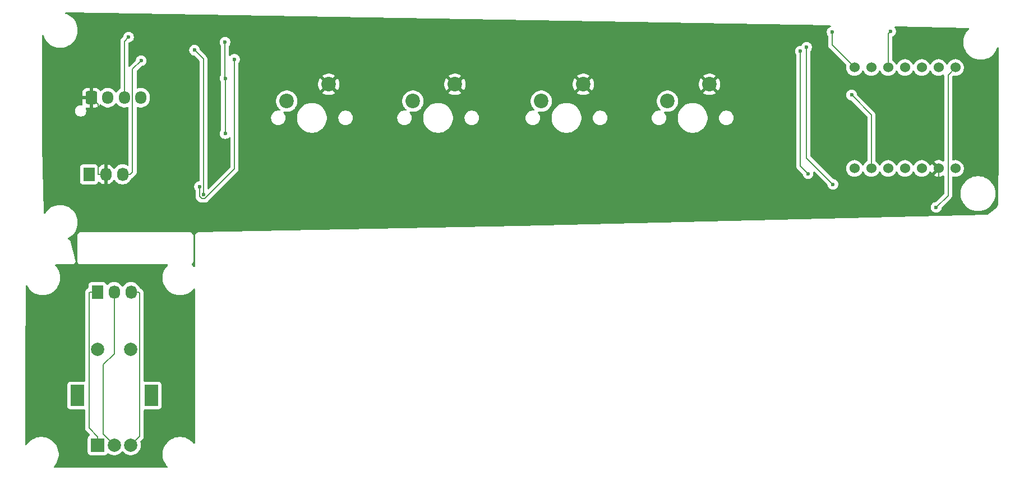
<source format=gbr>
%TF.GenerationSoftware,KiCad,Pcbnew,9.0.2*%
%TF.CreationDate,2025-11-21T15:49:54+05:30*%
%TF.ProjectId,Handpad,48616e64-7061-4642-9e6b-696361645f70,rev?*%
%TF.SameCoordinates,Original*%
%TF.FileFunction,Copper,L2,Bot*%
%TF.FilePolarity,Positive*%
%FSLAX46Y46*%
G04 Gerber Fmt 4.6, Leading zero omitted, Abs format (unit mm)*
G04 Created by KiCad (PCBNEW 9.0.2) date 2025-11-21 15:49:54*
%MOMM*%
%LPD*%
G01*
G04 APERTURE LIST*
G04 Aperture macros list*
%AMRoundRect*
0 Rectangle with rounded corners*
0 $1 Rounding radius*
0 $2 $3 $4 $5 $6 $7 $8 $9 X,Y pos of 4 corners*
0 Add a 4 corners polygon primitive as box body*
4,1,4,$2,$3,$4,$5,$6,$7,$8,$9,$2,$3,0*
0 Add four circle primitives for the rounded corners*
1,1,$1+$1,$2,$3*
1,1,$1+$1,$4,$5*
1,1,$1+$1,$6,$7*
1,1,$1+$1,$8,$9*
0 Add four rect primitives between the rounded corners*
20,1,$1+$1,$2,$3,$4,$5,0*
20,1,$1+$1,$4,$5,$6,$7,0*
20,1,$1+$1,$6,$7,$8,$9,0*
20,1,$1+$1,$8,$9,$2,$3,0*%
G04 Aperture macros list end*
%TA.AperFunction,ComponentPad*%
%ADD10R,2.000000X2.000000*%
%TD*%
%TA.AperFunction,ComponentPad*%
%ADD11C,2.000000*%
%TD*%
%TA.AperFunction,ComponentPad*%
%ADD12R,2.000000X3.200000*%
%TD*%
%TA.AperFunction,ComponentPad*%
%ADD13R,1.730000X2.030000*%
%TD*%
%TA.AperFunction,ComponentPad*%
%ADD14O,1.730000X2.030000*%
%TD*%
%TA.AperFunction,ComponentPad*%
%ADD15RoundRect,0.250000X-0.600000X-0.725000X0.600000X-0.725000X0.600000X0.725000X-0.600000X0.725000X0*%
%TD*%
%TA.AperFunction,ComponentPad*%
%ADD16O,1.700000X1.950000*%
%TD*%
%TA.AperFunction,ComponentPad*%
%ADD17C,2.200000*%
%TD*%
%TA.AperFunction,ComponentPad*%
%ADD18C,1.524000*%
%TD*%
%TA.AperFunction,ViaPad*%
%ADD19C,0.600000*%
%TD*%
%TA.AperFunction,Conductor*%
%ADD20C,0.200000*%
%TD*%
G04 APERTURE END LIST*
D10*
%TO.P,SW3,A,A*%
%TO.N,Net-(J2-Pin_1)*%
X83860000Y-147200000D03*
D11*
%TO.P,SW3,B,B*%
%TO.N,Net-(J2-Pin_3)*%
X88860000Y-147200000D03*
%TO.P,SW3,C,C*%
%TO.N,Net-(J2-Pin_2)*%
X86360000Y-147200000D03*
D12*
%TO.P,SW3,MP*%
%TO.N,N/C*%
X80760000Y-139700000D03*
X91960000Y-139700000D03*
D11*
%TO.P,SW3,S1*%
X88860000Y-132700000D03*
%TO.P,SW3,S2*%
X83860000Y-132700000D03*
%TD*%
D13*
%TO.P,J3,1,Pin_1*%
%TO.N,EN1*%
X82540000Y-106305000D03*
D14*
%TO.P,J3,2,Pin_2*%
%TO.N,GND*%
X85080000Y-106305000D03*
%TO.P,J3,3,Pin_3*%
%TO.N,EN2*%
X87620000Y-106305000D03*
%TD*%
D15*
%TO.P,J1,1,Pin_1*%
%TO.N,GND*%
X82880000Y-94725000D03*
D16*
%TO.P,J1,2,Pin_2*%
%TO.N,+5V*%
X85380000Y-94725000D03*
%TO.P,J1,3,Pin_3*%
%TO.N,SCL*%
X87880000Y-94725000D03*
%TO.P,J1,4,Pin_4*%
%TO.N,SDA*%
X90380000Y-94725000D03*
%TD*%
D17*
%TO.P,SW4,1,1*%
%TO.N,GND*%
X157170000Y-92710000D03*
%TO.P,SW4,2,2*%
%TO.N,S4*%
X150820000Y-95250000D03*
%TD*%
%TO.P,SW5,1,1*%
%TO.N,GND*%
X137795000Y-92710000D03*
%TO.P,SW5,2,2*%
%TO.N,S2*%
X131445000Y-95250000D03*
%TD*%
D13*
%TO.P,J2,1,Pin_1*%
%TO.N,Net-(J2-Pin_1)*%
X83810000Y-124085000D03*
D14*
%TO.P,J2,2,Pin_2*%
%TO.N,Net-(J2-Pin_2)*%
X86350000Y-124085000D03*
%TO.P,J2,3,Pin_3*%
%TO.N,Net-(J2-Pin_3)*%
X88890000Y-124085000D03*
%TD*%
D17*
%TO.P,SW6,1,1*%
%TO.N,GND*%
X118745000Y-92710000D03*
%TO.P,SW6,2,2*%
%TO.N,S1*%
X112395000Y-95250000D03*
%TD*%
D18*
%TO.P,U1,1,GPIO26/ADC0/A0*%
%TO.N,EN1*%
X213360000Y-90170000D03*
%TO.P,U1,2,GPIO27/ADC1/A1*%
%TO.N,EN2*%
X210820000Y-90170000D03*
%TO.P,U1,3,GPIO28/ADC2/A2*%
%TO.N,unconnected-(U1-GPIO28{slash}ADC2{slash}A2-Pad3)_1*%
X208280000Y-90170000D03*
%TO.P,U1,4,GPIO29/ADC3/A3*%
%TO.N,unconnected-(U1-GPIO29{slash}ADC3{slash}A3-Pad4)*%
X205740000Y-90170000D03*
%TO.P,U1,5,GPIO6/SDA*%
%TO.N,SCL*%
X203200000Y-90170000D03*
%TO.P,U1,6,GPIO7/SCL*%
%TO.N,SDA*%
X200660000Y-90170000D03*
%TO.P,U1,7,GPIO0/TX*%
%TO.N,Net-(D1-DIN)*%
X198120000Y-90170000D03*
%TO.P,U1,8,GPIO1/RX*%
%TO.N,S4*%
X198120000Y-105410000D03*
%TO.P,U1,9,GPIO2/SCK*%
%TO.N,S3*%
X200660000Y-105410000D03*
%TO.P,U1,10,GPIO4/MISO*%
%TO.N,S2*%
X203200000Y-105410000D03*
%TO.P,U1,11,GPIO3/MOSI*%
%TO.N,S1*%
X205740000Y-105410000D03*
%TO.P,U1,12,3V3*%
%TO.N,unconnected-(U1-3V3-Pad12)*%
X208280000Y-105410000D03*
%TO.P,U1,13,GND*%
%TO.N,GND*%
X210820000Y-105410000D03*
%TO.P,U1,14,VBUS*%
%TO.N,+5V*%
X213360000Y-105410000D03*
%TD*%
D17*
%TO.P,SW1,1,1*%
%TO.N,GND*%
X176220000Y-92710000D03*
%TO.P,SW1,2,2*%
%TO.N,S3*%
X169870000Y-95250000D03*
%TD*%
D19*
%TO.N,Net-(D1-DIN)*%
X194731600Y-84821700D03*
%TO.N,+5V*%
X103103100Y-100163200D03*
X103081600Y-86348300D03*
X189928000Y-87722700D03*
X103103100Y-91792000D03*
X191113300Y-106225100D03*
%TO.N,GND*%
X180852900Y-107555000D03*
X209483600Y-109349900D03*
%TO.N,Net-(D1-DOUT)*%
X98476800Y-87555900D03*
X99826000Y-109328500D03*
%TO.N,Net-(D2-DOUT)*%
X99226000Y-108149200D03*
X104512100Y-88923300D03*
%TO.N,Net-(D3-DOUT)*%
X194868400Y-107820100D03*
X190878000Y-87104400D03*
%TO.N,SCL*%
X203582800Y-84720100D03*
X88517200Y-85572700D03*
%TO.N,S3*%
X197682000Y-94327000D03*
%TO.N,EN1*%
X210455400Y-111286000D03*
%TO.N,EN2*%
X90426800Y-89138800D03*
%TD*%
D20*
%TO.N,Net-(D1-DIN)*%
X198120000Y-90170000D02*
X194731600Y-86781600D01*
X194731600Y-86781600D02*
X194731600Y-84821700D01*
%TO.N,+5V*%
X103081600Y-86348300D02*
X103081600Y-91770500D01*
X103103100Y-100163200D02*
X103103100Y-91792000D01*
X191113300Y-106225100D02*
X189928000Y-105039800D01*
X103081600Y-91770500D02*
X103103100Y-91792000D01*
X189928000Y-105039800D02*
X189928000Y-87722700D01*
%TO.N,GND*%
X85080000Y-106305000D02*
X83913300Y-106305000D01*
X180852900Y-97342900D02*
X176220000Y-92710000D01*
X82880000Y-94725000D02*
X83913300Y-95758300D01*
X180852900Y-107555000D02*
X180852900Y-97342900D01*
X83913300Y-95758300D02*
X83913300Y-106305000D01*
X210820000Y-108013500D02*
X209483600Y-109349900D01*
X210820000Y-105410000D02*
X210820000Y-108013500D01*
%TO.N,Net-(D1-DOUT)*%
X99827700Y-88906800D02*
X98476800Y-87555900D01*
X99826000Y-109328500D02*
X99827700Y-109326800D01*
X99827700Y-109326800D02*
X99827700Y-88906800D01*
%TO.N,Net-(D2-DOUT)*%
X104512100Y-105500700D02*
X100042200Y-109970600D01*
X99224200Y-109642800D02*
X99224200Y-108151000D01*
X100042200Y-109970600D02*
X99552000Y-109970600D01*
X99552000Y-109970600D02*
X99224200Y-109642800D01*
X104512100Y-88923300D02*
X104512100Y-105500700D01*
X99224200Y-108151000D02*
X99226000Y-108149200D01*
%TO.N,Net-(D3-DOUT)*%
X190878000Y-103829700D02*
X190878000Y-87104400D01*
X194868400Y-107820100D02*
X190878000Y-103829700D01*
%TO.N,SCL*%
X203582800Y-84720100D02*
X203200000Y-85102900D01*
X203200000Y-85102900D02*
X203200000Y-90170000D01*
X87880000Y-86209900D02*
X88517200Y-85572700D01*
X87880000Y-94725000D02*
X87880000Y-86209900D01*
%TO.N,S3*%
X200660000Y-97305000D02*
X197682000Y-94327000D01*
X200660000Y-105410000D02*
X200660000Y-97305000D01*
%TO.N,EN1*%
X212246200Y-109495200D02*
X210455400Y-111286000D01*
X212246200Y-91283800D02*
X212246200Y-109495200D01*
X213360000Y-90170000D02*
X212246200Y-91283800D01*
%TO.N,EN2*%
X89130000Y-105961700D02*
X88786700Y-106305000D01*
X90426800Y-89138800D02*
X89130000Y-90435600D01*
X89130000Y-90435600D02*
X89130000Y-105961700D01*
X87620000Y-106305000D02*
X88786700Y-106305000D01*
%TO.N,Net-(J2-Pin_1)*%
X82558300Y-144596600D02*
X83860000Y-145898300D01*
X82643300Y-124085000D02*
X82558300Y-124170000D01*
X83810000Y-124085000D02*
X82643300Y-124085000D01*
X83860000Y-147200000D02*
X83860000Y-145898300D01*
X82558300Y-124170000D02*
X82558300Y-144596600D01*
%TO.N,Net-(J2-Pin_3)*%
X88890000Y-124085000D02*
X90056700Y-124085000D01*
X90216200Y-145843800D02*
X88860000Y-147200000D01*
X90056700Y-124085000D02*
X90216200Y-124244500D01*
X90216200Y-124244500D02*
X90216200Y-145843800D01*
%TO.N,Net-(J2-Pin_2)*%
X86350000Y-133371300D02*
X86350000Y-124085000D01*
X86360000Y-147200000D02*
X84709300Y-145549300D01*
X84709300Y-145549300D02*
X84709300Y-135012000D01*
X84709300Y-135012000D02*
X86350000Y-133371300D01*
%TD*%
%TA.AperFunction,Conductor*%
%TO.N,GND*%
G36*
X94128750Y-123413424D02*
G01*
X94147993Y-123444049D01*
X94285371Y-123616315D01*
X94314979Y-123653444D01*
X94332138Y-123674960D01*
X94540979Y-123883801D01*
X94771890Y-124067946D01*
X95021967Y-124225079D01*
X95288064Y-124353225D01*
X95288070Y-124353227D01*
X95566824Y-124450768D01*
X95566836Y-124450772D01*
X95854777Y-124516492D01*
X96148261Y-124549560D01*
X96148262Y-124549561D01*
X96148266Y-124549561D01*
X96443616Y-124549561D01*
X96443616Y-124549560D01*
X96737101Y-124516492D01*
X97025042Y-124450772D01*
X97303814Y-124353225D01*
X97569911Y-124225079D01*
X97819988Y-124067946D01*
X98050899Y-123883801D01*
X98259740Y-123674960D01*
X98259746Y-123674953D01*
X98338553Y-123576132D01*
X98395741Y-123535991D01*
X98465552Y-123533141D01*
X98525822Y-123568486D01*
X98557416Y-123630805D01*
X98559500Y-123653444D01*
X98559500Y-124404050D01*
X94600000Y-124800000D01*
X94073247Y-123325092D01*
X94128750Y-123413424D01*
G37*
%TD.AperFunction*%
%TA.AperFunction,Conductor*%
G36*
X93666378Y-122067677D02*
G01*
X93685830Y-122240325D01*
X93600000Y-122000000D01*
X93666378Y-121886209D01*
X93666378Y-122067677D01*
G37*
%TD.AperFunction*%
%TA.AperFunction,Conductor*%
G36*
X98452178Y-120304357D02*
G01*
X98417853Y-120309293D01*
X98354297Y-120280268D01*
X98338553Y-120263868D01*
X98259740Y-120165040D01*
X98070767Y-119976067D01*
X98037282Y-119914744D01*
X98042266Y-119845052D01*
X98068899Y-119802613D01*
X98081129Y-119789844D01*
X98097314Y-119780500D01*
X98159271Y-119718542D01*
X98452178Y-120304357D01*
G37*
%TD.AperFunction*%
%TD*%
%TA.AperFunction,Conductor*%
%TO.N,GND*%
G36*
X80813609Y-115376810D02*
G01*
X80813609Y-115376811D01*
X80813608Y-115376813D01*
X80813608Y-115376814D01*
X80779500Y-115504108D01*
X80779500Y-119445892D01*
X80781557Y-119453569D01*
X80813608Y-119573187D01*
X80846554Y-119630250D01*
X80879500Y-119687314D01*
X80972686Y-119780500D01*
X80972687Y-119780501D01*
X80972689Y-119780502D01*
X80998225Y-119795245D01*
X80998182Y-119800000D01*
X80468843Y-119800000D01*
X80422750Y-119666094D01*
X80441533Y-119633561D01*
X80473369Y-119580327D01*
X80474437Y-119576571D01*
X80476392Y-119573186D01*
X80492243Y-119514023D01*
X80492667Y-119512486D01*
X80509429Y-119453572D01*
X80509429Y-119453568D01*
X80509589Y-119452484D01*
X80510127Y-119448832D01*
X80510127Y-119448830D01*
X80510131Y-119448806D01*
X80510315Y-119447553D01*
X80510359Y-119446957D01*
X80510498Y-119445897D01*
X80510500Y-119445892D01*
X80510500Y-119383846D01*
X80511453Y-119321803D01*
X80510500Y-119318014D01*
X80510500Y-119314108D01*
X80494680Y-119255067D01*
X80494212Y-119253266D01*
X80400191Y-118879500D01*
X79815692Y-116555923D01*
X79812917Y-116527521D01*
X79799684Y-116492283D01*
X79790504Y-116455789D01*
X79776618Y-116430862D01*
X79766587Y-116404149D01*
X79744690Y-116373544D01*
X79741282Y-116367426D01*
X79741281Y-116367425D01*
X79726374Y-116340663D01*
X79712951Y-116326821D01*
X79701123Y-116312649D01*
X79689911Y-116296978D01*
X79689908Y-116296975D01*
X79689906Y-116296972D01*
X79677921Y-116287121D01*
X79666236Y-116277516D01*
X79666236Y-116277517D01*
X79660828Y-116273072D01*
X79634630Y-116246056D01*
X79610140Y-116231410D01*
X79588097Y-116213293D01*
X79588095Y-116213292D01*
X79560193Y-116200624D01*
X79560193Y-116200623D01*
X79553818Y-116197729D01*
X79521527Y-116178419D01*
X79494089Y-116170613D01*
X79485659Y-116166786D01*
X79485657Y-116166785D01*
X79468105Y-116158816D01*
X79468101Y-116158815D01*
X79450812Y-116155947D01*
X79437875Y-116153801D01*
X79424242Y-116150741D01*
X79409681Y-116146599D01*
X79375232Y-116124870D01*
X80856990Y-115301671D01*
X80813609Y-115376810D01*
G37*
%TD.AperFunction*%
%TD*%
%TA.AperFunction,Conductor*%
%TO.N,GND*%
G36*
X80468843Y-119800000D02*
G01*
X80998182Y-119800000D01*
X80998225Y-119795245D01*
X81086814Y-119846392D01*
X81214108Y-119880500D01*
X81345892Y-119880500D01*
X94317316Y-119880500D01*
X94384355Y-119900185D01*
X94430110Y-119952989D01*
X94440054Y-120022147D01*
X94411029Y-120085703D01*
X94404997Y-120092181D01*
X94332137Y-120165040D01*
X94147992Y-120395952D01*
X93990858Y-120646030D01*
X93862717Y-120912117D01*
X93862711Y-120912131D01*
X93765170Y-121190885D01*
X93765166Y-121190897D01*
X93699447Y-121478834D01*
X93699445Y-121478850D01*
X93666378Y-121772322D01*
X93666378Y-121886209D01*
X93600000Y-122000000D01*
X93685831Y-122240328D01*
X93699445Y-122361149D01*
X93699447Y-122361165D01*
X93765166Y-122649102D01*
X93765170Y-122649114D01*
X93862711Y-122927868D01*
X93862717Y-122927882D01*
X93990858Y-123193969D01*
X93990860Y-123193972D01*
X94073246Y-123325089D01*
X94600000Y-124800000D01*
X98559500Y-124404050D01*
X98559500Y-146856555D01*
X98539815Y-146923594D01*
X98487011Y-146969349D01*
X98417853Y-146979293D01*
X98354297Y-146950268D01*
X98338553Y-146933868D01*
X98259740Y-146835040D01*
X98050898Y-146626198D01*
X97992254Y-146579432D01*
X97819988Y-146442054D01*
X97632616Y-146324321D01*
X97569908Y-146284919D01*
X97303821Y-146156778D01*
X97303807Y-146156772D01*
X97025053Y-146059231D01*
X97025041Y-146059227D01*
X96737104Y-145993508D01*
X96737088Y-145993506D01*
X96443616Y-145960439D01*
X96443612Y-145960439D01*
X96148266Y-145960439D01*
X96148262Y-145960439D01*
X95854789Y-145993506D01*
X95854773Y-145993508D01*
X95566836Y-146059227D01*
X95566824Y-146059231D01*
X95288070Y-146156772D01*
X95288056Y-146156778D01*
X95021969Y-146284919D01*
X94771891Y-146442053D01*
X94540979Y-146626198D01*
X94332137Y-146835040D01*
X94147992Y-147065952D01*
X93990858Y-147316030D01*
X93862717Y-147582117D01*
X93862711Y-147582131D01*
X93765170Y-147860885D01*
X93765166Y-147860897D01*
X93699447Y-148148834D01*
X93699445Y-148148850D01*
X93666378Y-148442322D01*
X93666378Y-148737677D01*
X93699445Y-149031149D01*
X93699447Y-149031165D01*
X93765166Y-149319102D01*
X93765170Y-149319114D01*
X93862711Y-149597868D01*
X93862717Y-149597882D01*
X93990858Y-149863969D01*
X93990860Y-149863972D01*
X94147993Y-150114049D01*
X94183133Y-150158113D01*
X94332137Y-150344959D01*
X94404997Y-150417819D01*
X94438482Y-150479142D01*
X94433498Y-150548834D01*
X94391626Y-150604767D01*
X94326162Y-150629184D01*
X94317316Y-150629500D01*
X77319562Y-150629500D01*
X77252523Y-150609815D01*
X77206768Y-150557011D01*
X77196824Y-150487853D01*
X77225849Y-150424297D01*
X77231881Y-150417819D01*
X77304740Y-150344960D01*
X77488885Y-150114049D01*
X77646018Y-149863972D01*
X77774164Y-149597875D01*
X77871711Y-149319103D01*
X77937431Y-149031162D01*
X77970500Y-148737673D01*
X77970500Y-148442327D01*
X77937431Y-148148838D01*
X77871711Y-147860897D01*
X77774164Y-147582125D01*
X77646018Y-147316028D01*
X77488885Y-147065951D01*
X77304740Y-146835040D01*
X77095899Y-146626199D01*
X76864988Y-146442054D01*
X76677616Y-146324321D01*
X76614908Y-146284919D01*
X76348821Y-146156778D01*
X76348807Y-146156772D01*
X76070053Y-146059231D01*
X76070041Y-146059227D01*
X75782104Y-145993508D01*
X75782088Y-145993506D01*
X75488616Y-145960439D01*
X75488612Y-145960439D01*
X75193266Y-145960439D01*
X75193262Y-145960439D01*
X74899789Y-145993506D01*
X74899773Y-145993508D01*
X74611836Y-146059227D01*
X74611824Y-146059231D01*
X74333070Y-146156772D01*
X74333056Y-146156778D01*
X74066969Y-146284919D01*
X73816891Y-146442053D01*
X73585979Y-146626198D01*
X73377137Y-146835040D01*
X73192992Y-147065952D01*
X73119494Y-147182924D01*
X73067159Y-147229215D01*
X72998106Y-147239863D01*
X72934257Y-147211488D01*
X72895885Y-147153099D01*
X72890500Y-147116952D01*
X72890500Y-138052135D01*
X79259500Y-138052135D01*
X79259500Y-141347870D01*
X79259501Y-141347876D01*
X79265908Y-141407483D01*
X79316202Y-141542328D01*
X79316206Y-141542335D01*
X79402452Y-141657544D01*
X79402455Y-141657547D01*
X79517664Y-141743793D01*
X79517671Y-141743797D01*
X79652517Y-141794091D01*
X79652516Y-141794091D01*
X79659444Y-141794835D01*
X79712127Y-141800500D01*
X81807872Y-141800499D01*
X81807878Y-141800498D01*
X81807882Y-141800498D01*
X81820542Y-141799137D01*
X81889302Y-141811541D01*
X81940440Y-141859150D01*
X81957800Y-141922426D01*
X81957800Y-144509930D01*
X81957799Y-144509948D01*
X81957799Y-144675654D01*
X81957798Y-144675654D01*
X81998723Y-144828385D01*
X82027658Y-144878500D01*
X82027659Y-144878504D01*
X82027660Y-144878504D01*
X82077779Y-144965314D01*
X82077781Y-144965317D01*
X82196649Y-145084185D01*
X82196655Y-145084190D01*
X82664048Y-145551583D01*
X82697533Y-145612906D01*
X82692549Y-145682598D01*
X82650677Y-145738531D01*
X82619701Y-145755446D01*
X82617669Y-145756203D01*
X82617664Y-145756206D01*
X82502455Y-145842452D01*
X82502452Y-145842455D01*
X82416206Y-145957664D01*
X82416202Y-145957671D01*
X82365908Y-146092517D01*
X82359501Y-146152116D01*
X82359500Y-146152135D01*
X82359500Y-148247870D01*
X82359501Y-148247876D01*
X82365908Y-148307483D01*
X82416202Y-148442328D01*
X82416206Y-148442335D01*
X82502452Y-148557544D01*
X82502455Y-148557547D01*
X82617664Y-148643793D01*
X82617671Y-148643797D01*
X82752517Y-148694091D01*
X82752516Y-148694091D01*
X82759444Y-148694835D01*
X82812127Y-148700500D01*
X84907872Y-148700499D01*
X84967483Y-148694091D01*
X85102331Y-148643796D01*
X85217546Y-148557546D01*
X85303796Y-148442331D01*
X85303796Y-148442328D01*
X85305689Y-148439801D01*
X85361623Y-148397930D01*
X85431315Y-148392946D01*
X85477840Y-148413793D01*
X85573567Y-148483343D01*
X85672991Y-148534002D01*
X85784003Y-148590566D01*
X85784005Y-148590566D01*
X85784008Y-148590568D01*
X85904412Y-148629689D01*
X86008631Y-148663553D01*
X86241903Y-148700500D01*
X86241908Y-148700500D01*
X86478097Y-148700500D01*
X86711368Y-148663553D01*
X86935992Y-148590568D01*
X87146433Y-148483343D01*
X87337510Y-148344517D01*
X87504517Y-148177510D01*
X87509682Y-148170401D01*
X87565012Y-148127735D01*
X87634625Y-148121756D01*
X87696420Y-148154362D01*
X87710318Y-148170401D01*
X87715483Y-148177510D01*
X87882490Y-148344517D01*
X88073567Y-148483343D01*
X88172991Y-148534002D01*
X88284003Y-148590566D01*
X88284005Y-148590566D01*
X88284008Y-148590568D01*
X88404412Y-148629689D01*
X88508631Y-148663553D01*
X88741903Y-148700500D01*
X88741908Y-148700500D01*
X88978097Y-148700500D01*
X89211368Y-148663553D01*
X89435992Y-148590568D01*
X89646433Y-148483343D01*
X89837510Y-148344517D01*
X90004517Y-148177510D01*
X90143343Y-147986433D01*
X90250568Y-147775992D01*
X90323553Y-147551368D01*
X90355188Y-147351633D01*
X90360500Y-147318097D01*
X90360500Y-147081902D01*
X90335426Y-146923594D01*
X90323553Y-146848632D01*
X90282547Y-146722433D01*
X90280553Y-146652593D01*
X90312796Y-146596437D01*
X90574706Y-146334528D01*
X90574711Y-146334524D01*
X90584914Y-146324320D01*
X90584916Y-146324320D01*
X90696720Y-146212516D01*
X90775777Y-146075584D01*
X90816700Y-145922857D01*
X90816700Y-141924499D01*
X90836385Y-141857460D01*
X90889189Y-141811705D01*
X90940695Y-141800499D01*
X93007872Y-141800499D01*
X93067483Y-141794091D01*
X93202331Y-141743796D01*
X93317546Y-141657546D01*
X93403796Y-141542331D01*
X93454091Y-141407483D01*
X93460500Y-141347873D01*
X93460499Y-138052128D01*
X93454091Y-137992517D01*
X93403796Y-137857669D01*
X93403795Y-137857668D01*
X93403793Y-137857664D01*
X93317547Y-137742455D01*
X93317544Y-137742452D01*
X93202335Y-137656206D01*
X93202328Y-137656202D01*
X93067482Y-137605908D01*
X93067483Y-137605908D01*
X93007883Y-137599501D01*
X93007881Y-137599500D01*
X93007873Y-137599500D01*
X93007865Y-137599500D01*
X90940700Y-137599500D01*
X90873661Y-137579815D01*
X90827906Y-137527011D01*
X90816700Y-137475500D01*
X90816700Y-124165445D01*
X90816700Y-124165443D01*
X90775777Y-124012716D01*
X90775777Y-124012715D01*
X90732764Y-123938215D01*
X90696720Y-123875784D01*
X90584916Y-123763980D01*
X90580585Y-123759649D01*
X90580574Y-123759639D01*
X90544290Y-123723355D01*
X90544288Y-123723352D01*
X90425417Y-123604481D01*
X90425409Y-123604475D01*
X90327235Y-123547795D01*
X90327232Y-123547793D01*
X90319866Y-123543541D01*
X90288485Y-123525423D01*
X90241101Y-123512726D01*
X90233922Y-123509803D01*
X90212404Y-123492677D01*
X90188926Y-123478366D01*
X90184204Y-123470231D01*
X90179254Y-123466292D01*
X90175500Y-123455238D01*
X90162750Y-123433273D01*
X90155458Y-123410830D01*
X90155457Y-123410829D01*
X90155457Y-123410827D01*
X90067315Y-123237840D01*
X90057880Y-123219322D01*
X89931545Y-123045437D01*
X89779563Y-122893455D01*
X89605678Y-122767120D01*
X89414170Y-122669541D01*
X89414167Y-122669540D01*
X89209757Y-122603124D01*
X89068229Y-122580708D01*
X88997467Y-122569500D01*
X88782533Y-122569500D01*
X88711770Y-122580708D01*
X88570243Y-122603124D01*
X88570240Y-122603124D01*
X88365832Y-122669540D01*
X88365829Y-122669541D01*
X88174321Y-122767120D01*
X88090981Y-122827671D01*
X88000437Y-122893455D01*
X88000435Y-122893457D01*
X88000434Y-122893457D01*
X87848457Y-123045434D01*
X87848457Y-123045435D01*
X87848455Y-123045437D01*
X87751023Y-123179539D01*
X87720318Y-123221802D01*
X87664988Y-123264467D01*
X87595374Y-123270446D01*
X87533579Y-123237840D01*
X87519682Y-123221802D01*
X87499460Y-123193969D01*
X87391545Y-123045437D01*
X87239563Y-122893455D01*
X87065678Y-122767120D01*
X86874170Y-122669541D01*
X86874167Y-122669540D01*
X86669757Y-122603124D01*
X86528229Y-122580708D01*
X86457467Y-122569500D01*
X86242533Y-122569500D01*
X86171770Y-122580708D01*
X86030243Y-122603124D01*
X86030240Y-122603124D01*
X85825832Y-122669540D01*
X85825829Y-122669541D01*
X85634321Y-122767120D01*
X85460438Y-122893454D01*
X85365910Y-122987982D01*
X85304586Y-123021466D01*
X85234895Y-123016482D01*
X85178962Y-122974610D01*
X85162047Y-122943632D01*
X85118798Y-122827673D01*
X85118793Y-122827664D01*
X85032547Y-122712455D01*
X85032544Y-122712452D01*
X84917335Y-122626206D01*
X84917328Y-122626202D01*
X84782482Y-122575908D01*
X84782483Y-122575908D01*
X84722883Y-122569501D01*
X84722881Y-122569500D01*
X84722873Y-122569500D01*
X84722864Y-122569500D01*
X82897129Y-122569500D01*
X82897123Y-122569501D01*
X82837516Y-122575908D01*
X82702671Y-122626202D01*
X82702664Y-122626206D01*
X82587455Y-122712452D01*
X82587452Y-122712455D01*
X82501206Y-122827664D01*
X82501202Y-122827671D01*
X82450908Y-122962517D01*
X82444501Y-123022116D01*
X82444500Y-123022135D01*
X82444500Y-123434788D01*
X82441117Y-123446305D01*
X82442259Y-123458256D01*
X82431455Y-123479211D01*
X82424815Y-123501827D01*
X82414944Y-123511238D01*
X82410243Y-123520358D01*
X82382500Y-123542175D01*
X82380134Y-123543541D01*
X82380132Y-123543541D01*
X82274590Y-123604475D01*
X82274582Y-123604481D01*
X82077781Y-123801282D01*
X82077777Y-123801287D01*
X82034768Y-123875783D01*
X82034768Y-123875784D01*
X81998723Y-123938214D01*
X81998723Y-123938215D01*
X81957799Y-124090943D01*
X81957799Y-124090945D01*
X81957799Y-124259046D01*
X81957800Y-124259059D01*
X81957800Y-137477573D01*
X81938115Y-137544612D01*
X81885311Y-137590367D01*
X81820548Y-137600862D01*
X81807873Y-137599500D01*
X81807867Y-137599500D01*
X79712129Y-137599500D01*
X79712123Y-137599501D01*
X79652516Y-137605908D01*
X79517671Y-137656202D01*
X79517664Y-137656206D01*
X79402455Y-137742452D01*
X79402452Y-137742455D01*
X79316206Y-137857664D01*
X79316202Y-137857671D01*
X79265908Y-137992517D01*
X79259501Y-138052116D01*
X79259501Y-138052123D01*
X79259500Y-138052135D01*
X72890500Y-138052135D01*
X72890500Y-136387410D01*
X72890503Y-136386561D01*
X72897862Y-135312096D01*
X72981113Y-123157444D01*
X73001256Y-123090543D01*
X73054372Y-123045150D01*
X73123597Y-123035681D01*
X73186953Y-123065140D01*
X73216830Y-123104493D01*
X73259919Y-123193969D01*
X73259921Y-123193972D01*
X73417054Y-123444049D01*
X73544989Y-123604475D01*
X73584040Y-123653444D01*
X73601199Y-123674960D01*
X73810040Y-123883801D01*
X74040951Y-124067946D01*
X74291028Y-124225079D01*
X74557125Y-124353225D01*
X74557131Y-124353227D01*
X74835885Y-124450768D01*
X74835897Y-124450772D01*
X75123838Y-124516492D01*
X75417322Y-124549560D01*
X75417323Y-124549561D01*
X75417327Y-124549561D01*
X75712677Y-124549561D01*
X75712677Y-124549560D01*
X76006162Y-124516492D01*
X76294103Y-124450772D01*
X76572875Y-124353225D01*
X76838972Y-124225079D01*
X77089049Y-124067946D01*
X77319960Y-123883801D01*
X77528801Y-123674960D01*
X77712946Y-123444049D01*
X77870079Y-123193972D01*
X77998225Y-122927875D01*
X78095772Y-122649103D01*
X78161492Y-122361162D01*
X78194561Y-122067673D01*
X78194561Y-121772327D01*
X78161492Y-121478838D01*
X78095772Y-121190897D01*
X77998225Y-120912125D01*
X77870079Y-120646028D01*
X77712946Y-120395951D01*
X77528801Y-120165040D01*
X77455942Y-120092181D01*
X77422457Y-120030858D01*
X77427441Y-119961166D01*
X77469313Y-119905233D01*
X77534777Y-119880816D01*
X77543623Y-119880500D01*
X80006153Y-119880500D01*
X80068196Y-119881453D01*
X80071984Y-119880500D01*
X80075892Y-119880500D01*
X80134936Y-119864679D01*
X80134937Y-119864679D01*
X80135857Y-119864432D01*
X80195999Y-119849304D01*
X80199407Y-119847404D01*
X80203175Y-119846395D01*
X80203175Y-119846394D01*
X80203186Y-119846392D01*
X80256266Y-119815745D01*
X80257664Y-119814952D01*
X80311126Y-119785173D01*
X80311131Y-119785167D01*
X80311988Y-119784532D01*
X80314957Y-119782325D01*
X80314990Y-119782300D01*
X80316029Y-119781527D01*
X80316474Y-119781143D01*
X80317303Y-119780505D01*
X80317314Y-119780500D01*
X80360557Y-119737255D01*
X80361783Y-119736047D01*
X80405732Y-119693430D01*
X80405737Y-119693420D01*
X80406394Y-119692593D01*
X80406405Y-119692579D01*
X80408744Y-119689626D01*
X80408744Y-119689625D01*
X80409518Y-119688647D01*
X80409850Y-119688160D01*
X80410493Y-119687320D01*
X80410500Y-119687314D01*
X80422750Y-119666094D01*
X80468843Y-119800000D01*
G37*
%TD.AperFunction*%
%TA.AperFunction,Conductor*%
G36*
X84576757Y-81909011D02*
G01*
X84577203Y-81909018D01*
X84577203Y-81909067D01*
X84577416Y-81909022D01*
X194433398Y-83821461D01*
X194500083Y-83842309D01*
X194544912Y-83895902D01*
X194553650Y-83965223D01*
X194523523Y-84028264D01*
X194478691Y-84060003D01*
X194352423Y-84112304D01*
X194352414Y-84112309D01*
X194221311Y-84199910D01*
X194221307Y-84199913D01*
X194109813Y-84311407D01*
X194109810Y-84311411D01*
X194022209Y-84442514D01*
X194022202Y-84442527D01*
X193961864Y-84588198D01*
X193961861Y-84588210D01*
X193931100Y-84742853D01*
X193931100Y-84900546D01*
X193961861Y-85055189D01*
X193961864Y-85055201D01*
X194022202Y-85200872D01*
X194022209Y-85200885D01*
X194110202Y-85332574D01*
X194131080Y-85399251D01*
X194131100Y-85401465D01*
X194131100Y-86694930D01*
X194131099Y-86694948D01*
X194131099Y-86860654D01*
X194131098Y-86860654D01*
X194172002Y-87013309D01*
X194172023Y-87013385D01*
X194190629Y-87045611D01*
X194251079Y-87150314D01*
X194251081Y-87150317D01*
X194369949Y-87269185D01*
X194369955Y-87269190D01*
X196856237Y-89755472D01*
X196889722Y-89816795D01*
X196889160Y-89869522D01*
X196889349Y-89869552D01*
X196889146Y-89870831D01*
X196889133Y-89872087D01*
X196888587Y-89874360D01*
X196857500Y-90070639D01*
X196857500Y-90269360D01*
X196888587Y-90465637D01*
X196949993Y-90654629D01*
X196949994Y-90654632D01*
X197040213Y-90831694D01*
X197157019Y-90992464D01*
X197297536Y-91132981D01*
X197458306Y-91249787D01*
X197545149Y-91294035D01*
X197635367Y-91340005D01*
X197635370Y-91340006D01*
X197674039Y-91352570D01*
X197824364Y-91401413D01*
X198020639Y-91432500D01*
X198020640Y-91432500D01*
X198219360Y-91432500D01*
X198219361Y-91432500D01*
X198415636Y-91401413D01*
X198604632Y-91340005D01*
X198781694Y-91249787D01*
X198942464Y-91132981D01*
X199082981Y-90992464D01*
X199199787Y-90831694D01*
X199279515Y-90675218D01*
X199327490Y-90624423D01*
X199395311Y-90607628D01*
X199461446Y-90630165D01*
X199500484Y-90675218D01*
X199580213Y-90831694D01*
X199697019Y-90992464D01*
X199837536Y-91132981D01*
X199998306Y-91249787D01*
X200085149Y-91294035D01*
X200175367Y-91340005D01*
X200175370Y-91340006D01*
X200214039Y-91352570D01*
X200364364Y-91401413D01*
X200560639Y-91432500D01*
X200560640Y-91432500D01*
X200759360Y-91432500D01*
X200759361Y-91432500D01*
X200955636Y-91401413D01*
X201144632Y-91340005D01*
X201321694Y-91249787D01*
X201482464Y-91132981D01*
X201622981Y-90992464D01*
X201739787Y-90831694D01*
X201819515Y-90675218D01*
X201867490Y-90624423D01*
X201935311Y-90607628D01*
X202001446Y-90630165D01*
X202040484Y-90675218D01*
X202120213Y-90831694D01*
X202237019Y-90992464D01*
X202377536Y-91132981D01*
X202538306Y-91249787D01*
X202625149Y-91294035D01*
X202715367Y-91340005D01*
X202715370Y-91340006D01*
X202754039Y-91352570D01*
X202904364Y-91401413D01*
X203100639Y-91432500D01*
X203100640Y-91432500D01*
X203299360Y-91432500D01*
X203299361Y-91432500D01*
X203495636Y-91401413D01*
X203684632Y-91340005D01*
X203861694Y-91249787D01*
X204022464Y-91132981D01*
X204162981Y-90992464D01*
X204279787Y-90831694D01*
X204359515Y-90675218D01*
X204407490Y-90624423D01*
X204475311Y-90607628D01*
X204541446Y-90630165D01*
X204580484Y-90675218D01*
X204660213Y-90831694D01*
X204777019Y-90992464D01*
X204917536Y-91132981D01*
X205078306Y-91249787D01*
X205165149Y-91294035D01*
X205255367Y-91340005D01*
X205255370Y-91340006D01*
X205294039Y-91352570D01*
X205444364Y-91401413D01*
X205640639Y-91432500D01*
X205640640Y-91432500D01*
X205839360Y-91432500D01*
X205839361Y-91432500D01*
X206035636Y-91401413D01*
X206224632Y-91340005D01*
X206401694Y-91249787D01*
X206562464Y-91132981D01*
X206702981Y-90992464D01*
X206819787Y-90831694D01*
X206899515Y-90675218D01*
X206947490Y-90624423D01*
X207015311Y-90607628D01*
X207081446Y-90630165D01*
X207120484Y-90675218D01*
X207200213Y-90831694D01*
X207317019Y-90992464D01*
X207457536Y-91132981D01*
X207618306Y-91249787D01*
X207705149Y-91294035D01*
X207795367Y-91340005D01*
X207795370Y-91340006D01*
X207834039Y-91352570D01*
X207984364Y-91401413D01*
X208180639Y-91432500D01*
X208180640Y-91432500D01*
X208379360Y-91432500D01*
X208379361Y-91432500D01*
X208575636Y-91401413D01*
X208764632Y-91340005D01*
X208941694Y-91249787D01*
X209102464Y-91132981D01*
X209242981Y-90992464D01*
X209359787Y-90831694D01*
X209439515Y-90675218D01*
X209487490Y-90624423D01*
X209555311Y-90607628D01*
X209621446Y-90630165D01*
X209660484Y-90675218D01*
X209740213Y-90831694D01*
X209857019Y-90992464D01*
X209997536Y-91132981D01*
X210158306Y-91249787D01*
X210245149Y-91294035D01*
X210335367Y-91340005D01*
X210335370Y-91340006D01*
X210374039Y-91352570D01*
X210524364Y-91401413D01*
X210720639Y-91432500D01*
X210720640Y-91432500D01*
X210919360Y-91432500D01*
X210919361Y-91432500D01*
X211115636Y-91401413D01*
X211304632Y-91340005D01*
X211465404Y-91258086D01*
X211468094Y-91257581D01*
X211470161Y-91255790D01*
X211502224Y-91251172D01*
X211534073Y-91245191D01*
X211536608Y-91246220D01*
X211539317Y-91245830D01*
X211568793Y-91259282D01*
X211598813Y-91271467D01*
X211600389Y-91273703D01*
X211602880Y-91274840D01*
X211620404Y-91302093D01*
X211639071Y-91328573D01*
X211639641Y-91332012D01*
X211640668Y-91333609D01*
X211643396Y-91352570D01*
X211644012Y-91352468D01*
X211644013Y-91352474D01*
X211644866Y-91362785D01*
X211645667Y-91368352D01*
X211645699Y-91368543D01*
X211645700Y-91372830D01*
X211645699Y-91372833D01*
X211645699Y-91372846D01*
X211645700Y-91372859D01*
X211645700Y-104211989D01*
X211626015Y-104279028D01*
X211573211Y-104324783D01*
X211504053Y-104334727D01*
X211465406Y-104322474D01*
X211304440Y-104240458D01*
X211115522Y-104179075D01*
X210919321Y-104148000D01*
X210720679Y-104148000D01*
X210524479Y-104179075D01*
X210524476Y-104179075D01*
X210335562Y-104240457D01*
X210158564Y-104330643D01*
X210121283Y-104357729D01*
X210121282Y-104357730D01*
X210735905Y-104972352D01*
X210648429Y-104995792D01*
X210547070Y-105054311D01*
X210464311Y-105137070D01*
X210405792Y-105238429D01*
X210382352Y-105325905D01*
X209767730Y-104711282D01*
X209767729Y-104711283D01*
X209740641Y-104748566D01*
X209660764Y-104905332D01*
X209612790Y-104956127D01*
X209544969Y-104972922D01*
X209478834Y-104950384D01*
X209439796Y-104905332D01*
X209359787Y-104748306D01*
X209242981Y-104587536D01*
X209102464Y-104447019D01*
X208941694Y-104330213D01*
X208931037Y-104324783D01*
X208764632Y-104239994D01*
X208764629Y-104239993D01*
X208575637Y-104178587D01*
X208473960Y-104162483D01*
X208379361Y-104147500D01*
X208180639Y-104147500D01*
X208115214Y-104157862D01*
X207984362Y-104178587D01*
X207795370Y-104239993D01*
X207795367Y-104239994D01*
X207618305Y-104330213D01*
X207457533Y-104447021D01*
X207317021Y-104587533D01*
X207200213Y-104748305D01*
X207120485Y-104904780D01*
X207072510Y-104955576D01*
X207004689Y-104972371D01*
X206938554Y-104949833D01*
X206899515Y-104904780D01*
X206844042Y-104795909D01*
X206819787Y-104748306D01*
X206702981Y-104587536D01*
X206562464Y-104447019D01*
X206401694Y-104330213D01*
X206391037Y-104324783D01*
X206224632Y-104239994D01*
X206224629Y-104239993D01*
X206035637Y-104178587D01*
X205933960Y-104162483D01*
X205839361Y-104147500D01*
X205640639Y-104147500D01*
X205575214Y-104157862D01*
X205444362Y-104178587D01*
X205255370Y-104239993D01*
X205255367Y-104239994D01*
X205078305Y-104330213D01*
X204917533Y-104447021D01*
X204777021Y-104587533D01*
X204660213Y-104748305D01*
X204580485Y-104904780D01*
X204532510Y-104955576D01*
X204464689Y-104972371D01*
X204398554Y-104949833D01*
X204359515Y-104904780D01*
X204304042Y-104795909D01*
X204279787Y-104748306D01*
X204162981Y-104587536D01*
X204022464Y-104447019D01*
X203861694Y-104330213D01*
X203851037Y-104324783D01*
X203684632Y-104239994D01*
X203684629Y-104239993D01*
X203495637Y-104178587D01*
X203393960Y-104162483D01*
X203299361Y-104147500D01*
X203100639Y-104147500D01*
X203035214Y-104157862D01*
X202904362Y-104178587D01*
X202715370Y-104239993D01*
X202715367Y-104239994D01*
X202538305Y-104330213D01*
X202377533Y-104447021D01*
X202237021Y-104587533D01*
X202120213Y-104748305D01*
X202040485Y-104904780D01*
X201992510Y-104955576D01*
X201924689Y-104972371D01*
X201858554Y-104949833D01*
X201819515Y-104904780D01*
X201764042Y-104795909D01*
X201739787Y-104748306D01*
X201622981Y-104587536D01*
X201482464Y-104447019D01*
X201321694Y-104330213D01*
X201321690Y-104330210D01*
X201319715Y-104329000D01*
X201319121Y-104328343D01*
X201317752Y-104327349D01*
X201317960Y-104327061D01*
X201272837Y-104277190D01*
X201260500Y-104223270D01*
X201260500Y-97394059D01*
X201260501Y-97394046D01*
X201260501Y-97225945D01*
X201260501Y-97225943D01*
X201219577Y-97073215D01*
X201161765Y-96973082D01*
X201140520Y-96936284D01*
X201028716Y-96824480D01*
X201028713Y-96824478D01*
X198516574Y-94312339D01*
X198483089Y-94251016D01*
X198482638Y-94248849D01*
X198451738Y-94093510D01*
X198451737Y-94093503D01*
X198446802Y-94081588D01*
X198391397Y-93947827D01*
X198391390Y-93947814D01*
X198303789Y-93816711D01*
X198303786Y-93816707D01*
X198192292Y-93705213D01*
X198192288Y-93705210D01*
X198061185Y-93617609D01*
X198061172Y-93617602D01*
X197915501Y-93557264D01*
X197915489Y-93557261D01*
X197760845Y-93526500D01*
X197760842Y-93526500D01*
X197603158Y-93526500D01*
X197603155Y-93526500D01*
X197448510Y-93557261D01*
X197448498Y-93557264D01*
X197302827Y-93617602D01*
X197302814Y-93617609D01*
X197171711Y-93705210D01*
X197171707Y-93705213D01*
X197060213Y-93816707D01*
X197060210Y-93816711D01*
X196972609Y-93947814D01*
X196972602Y-93947827D01*
X196912264Y-94093498D01*
X196912261Y-94093510D01*
X196881500Y-94248153D01*
X196881500Y-94405846D01*
X196912261Y-94560489D01*
X196912264Y-94560501D01*
X196972602Y-94706172D01*
X196972609Y-94706185D01*
X197060210Y-94837288D01*
X197060213Y-94837292D01*
X197171707Y-94948786D01*
X197171711Y-94948789D01*
X197302814Y-95036390D01*
X197302827Y-95036397D01*
X197448498Y-95096735D01*
X197448503Y-95096737D01*
X197513147Y-95109595D01*
X197603849Y-95127638D01*
X197665760Y-95160023D01*
X197667339Y-95161574D01*
X200023181Y-97517416D01*
X200056666Y-97578739D01*
X200059500Y-97605097D01*
X200059500Y-104223270D01*
X200039815Y-104290309D01*
X200002133Y-104327191D01*
X200002248Y-104327349D01*
X200001176Y-104328127D01*
X200000285Y-104329000D01*
X199998309Y-104330210D01*
X199837533Y-104447021D01*
X199697021Y-104587533D01*
X199580213Y-104748305D01*
X199500485Y-104904780D01*
X199452510Y-104955576D01*
X199384689Y-104972371D01*
X199318554Y-104949833D01*
X199279515Y-104904780D01*
X199224042Y-104795909D01*
X199199787Y-104748306D01*
X199082981Y-104587536D01*
X198942464Y-104447019D01*
X198781694Y-104330213D01*
X198771037Y-104324783D01*
X198604632Y-104239994D01*
X198604629Y-104239993D01*
X198415637Y-104178587D01*
X198313960Y-104162483D01*
X198219361Y-104147500D01*
X198020639Y-104147500D01*
X197955214Y-104157862D01*
X197824362Y-104178587D01*
X197635370Y-104239993D01*
X197635367Y-104239994D01*
X197458305Y-104330213D01*
X197297533Y-104447021D01*
X197157021Y-104587533D01*
X197040213Y-104748305D01*
X196949994Y-104925367D01*
X196949993Y-104925370D01*
X196888587Y-105114362D01*
X196857500Y-105310639D01*
X196857500Y-105509360D01*
X196888587Y-105705637D01*
X196949993Y-105894629D01*
X196949994Y-105894632D01*
X197008016Y-106008505D01*
X197040213Y-106071694D01*
X197157019Y-106232464D01*
X197297536Y-106372981D01*
X197458306Y-106489787D01*
X197545149Y-106534035D01*
X197635367Y-106580005D01*
X197635370Y-106580006D01*
X197710055Y-106604272D01*
X197824364Y-106641413D01*
X198020639Y-106672500D01*
X198020640Y-106672500D01*
X198219360Y-106672500D01*
X198219361Y-106672500D01*
X198415636Y-106641413D01*
X198604632Y-106580005D01*
X198781694Y-106489787D01*
X198942464Y-106372981D01*
X199082981Y-106232464D01*
X199199787Y-106071694D01*
X199279515Y-105915218D01*
X199327490Y-105864423D01*
X199395311Y-105847628D01*
X199461446Y-105870165D01*
X199500484Y-105915218D01*
X199580213Y-106071694D01*
X199697019Y-106232464D01*
X199837536Y-106372981D01*
X199998306Y-106489787D01*
X200085149Y-106534035D01*
X200175367Y-106580005D01*
X200175370Y-106580006D01*
X200250055Y-106604272D01*
X200364364Y-106641413D01*
X200560639Y-106672500D01*
X200560640Y-106672500D01*
X200759360Y-106672500D01*
X200759361Y-106672500D01*
X200955636Y-106641413D01*
X201144632Y-106580005D01*
X201321694Y-106489787D01*
X201482464Y-106372981D01*
X201622981Y-106232464D01*
X201739787Y-106071694D01*
X201819515Y-105915218D01*
X201867490Y-105864423D01*
X201935311Y-105847628D01*
X202001446Y-105870165D01*
X202040484Y-105915218D01*
X202120213Y-106071694D01*
X202237019Y-106232464D01*
X202377536Y-106372981D01*
X202538306Y-106489787D01*
X202625149Y-106534035D01*
X202715367Y-106580005D01*
X202715370Y-106580006D01*
X202790055Y-106604272D01*
X202904364Y-106641413D01*
X203100639Y-106672500D01*
X203100640Y-106672500D01*
X203299360Y-106672500D01*
X203299361Y-106672500D01*
X203495636Y-106641413D01*
X203684632Y-106580005D01*
X203861694Y-106489787D01*
X204022464Y-106372981D01*
X204162981Y-106232464D01*
X204279787Y-106071694D01*
X204359515Y-105915218D01*
X204407490Y-105864423D01*
X204475311Y-105847628D01*
X204541446Y-105870165D01*
X204580484Y-105915218D01*
X204660213Y-106071694D01*
X204777019Y-106232464D01*
X204917536Y-106372981D01*
X205078306Y-106489787D01*
X205165149Y-106534035D01*
X205255367Y-106580005D01*
X205255370Y-106580006D01*
X205330055Y-106604272D01*
X205444364Y-106641413D01*
X205640639Y-106672500D01*
X205640640Y-106672500D01*
X205839360Y-106672500D01*
X205839361Y-106672500D01*
X206035636Y-106641413D01*
X206224632Y-106580005D01*
X206401694Y-106489787D01*
X206562464Y-106372981D01*
X206702981Y-106232464D01*
X206819787Y-106071694D01*
X206899515Y-105915218D01*
X206947490Y-105864423D01*
X207015311Y-105847628D01*
X207081446Y-105870165D01*
X207120484Y-105915218D01*
X207200213Y-106071694D01*
X207317019Y-106232464D01*
X207457536Y-106372981D01*
X207618306Y-106489787D01*
X207705149Y-106534035D01*
X207795367Y-106580005D01*
X207795370Y-106580006D01*
X207870055Y-106604272D01*
X207984364Y-106641413D01*
X208180639Y-106672500D01*
X208180640Y-106672500D01*
X208379360Y-106672500D01*
X208379361Y-106672500D01*
X208575636Y-106641413D01*
X208764632Y-106580005D01*
X208941694Y-106489787D01*
X209102464Y-106372981D01*
X209242981Y-106232464D01*
X209359787Y-106071694D01*
X209439796Y-105914667D01*
X209487769Y-105863872D01*
X209555590Y-105847077D01*
X209621725Y-105869614D01*
X209660765Y-105914668D01*
X209740641Y-106071432D01*
X209767730Y-106108715D01*
X209767731Y-106108716D01*
X210382352Y-105494094D01*
X210405792Y-105581571D01*
X210464311Y-105682930D01*
X210547070Y-105765689D01*
X210648429Y-105824208D01*
X210735904Y-105847647D01*
X210121283Y-106462268D01*
X210121283Y-106462269D01*
X210158567Y-106489358D01*
X210335562Y-106579542D01*
X210524477Y-106640924D01*
X210720679Y-106672000D01*
X210919321Y-106672000D01*
X211115520Y-106640924D01*
X211115523Y-106640924D01*
X211304437Y-106579542D01*
X211465405Y-106497525D01*
X211534074Y-106484629D01*
X211598815Y-106510905D01*
X211639072Y-106568012D01*
X211645700Y-106608010D01*
X211645700Y-109195102D01*
X211626015Y-109262141D01*
X211609381Y-109282783D01*
X210440739Y-110451425D01*
X210379416Y-110484910D01*
X210377250Y-110485361D01*
X210221908Y-110516261D01*
X210221898Y-110516264D01*
X210076227Y-110576602D01*
X210076214Y-110576609D01*
X209945111Y-110664210D01*
X209945107Y-110664213D01*
X209833613Y-110775707D01*
X209833610Y-110775711D01*
X209746009Y-110906814D01*
X209746002Y-110906827D01*
X209685664Y-111052498D01*
X209685661Y-111052510D01*
X209654900Y-111207153D01*
X209654900Y-111364846D01*
X209685661Y-111519489D01*
X209685664Y-111519501D01*
X209746002Y-111665172D01*
X209746009Y-111665185D01*
X209833610Y-111796288D01*
X209833613Y-111796292D01*
X209945107Y-111907786D01*
X209945111Y-111907789D01*
X210076214Y-111995390D01*
X210076227Y-111995397D01*
X210221898Y-112055735D01*
X210221903Y-112055737D01*
X210376553Y-112086499D01*
X210376556Y-112086500D01*
X210376558Y-112086500D01*
X210534244Y-112086500D01*
X210534245Y-112086499D01*
X210688897Y-112055737D01*
X210834579Y-111995394D01*
X210965689Y-111907789D01*
X211077189Y-111796289D01*
X211164794Y-111665179D01*
X211169746Y-111653225D01*
X211189224Y-111606199D01*
X211225137Y-111519497D01*
X211255283Y-111367946D01*
X211256038Y-111364150D01*
X211288423Y-111302239D01*
X211289917Y-111300717D01*
X212726720Y-109863916D01*
X212805777Y-109726984D01*
X212846701Y-109574257D01*
X212846701Y-109416142D01*
X212846701Y-109408547D01*
X212846700Y-109408529D01*
X212846700Y-109072322D01*
X214129500Y-109072322D01*
X214129500Y-109367677D01*
X214162567Y-109661149D01*
X214162569Y-109661165D01*
X214228288Y-109949102D01*
X214228292Y-109949114D01*
X214325833Y-110227868D01*
X214325839Y-110227882D01*
X214453980Y-110493969D01*
X214467987Y-110516261D01*
X214611115Y-110744049D01*
X214795260Y-110974960D01*
X215004101Y-111183801D01*
X215235012Y-111367946D01*
X215485089Y-111525079D01*
X215751186Y-111653225D01*
X215785366Y-111665185D01*
X216029946Y-111750768D01*
X216029958Y-111750772D01*
X216317899Y-111816492D01*
X216611383Y-111849560D01*
X216611384Y-111849561D01*
X216611388Y-111849561D01*
X216906738Y-111849561D01*
X216906738Y-111849560D01*
X217200223Y-111816492D01*
X217488164Y-111750772D01*
X217766936Y-111653225D01*
X218033033Y-111525079D01*
X218283110Y-111367946D01*
X218514021Y-111183801D01*
X218722862Y-110974960D01*
X218907007Y-110744049D01*
X219064140Y-110493972D01*
X219192286Y-110227875D01*
X219289833Y-109949103D01*
X219355553Y-109661162D01*
X219388622Y-109367673D01*
X219388622Y-109072327D01*
X219355553Y-108778838D01*
X219289833Y-108490897D01*
X219192286Y-108212125D01*
X219064140Y-107946028D01*
X218907007Y-107695951D01*
X218722862Y-107465040D01*
X218514021Y-107256199D01*
X218283110Y-107072054D01*
X218064188Y-106934497D01*
X218033030Y-106914919D01*
X217766943Y-106786778D01*
X217766929Y-106786772D01*
X217488175Y-106689231D01*
X217488163Y-106689227D01*
X217200226Y-106623508D01*
X217200210Y-106623506D01*
X216906738Y-106590439D01*
X216906734Y-106590439D01*
X216611388Y-106590439D01*
X216611384Y-106590439D01*
X216317911Y-106623506D01*
X216317895Y-106623508D01*
X216029958Y-106689227D01*
X216029946Y-106689231D01*
X215751192Y-106786772D01*
X215751178Y-106786778D01*
X215485091Y-106914919D01*
X215235013Y-107072053D01*
X215004101Y-107256198D01*
X214795259Y-107465040D01*
X214611114Y-107695952D01*
X214453980Y-107946030D01*
X214325839Y-108212117D01*
X214325833Y-108212131D01*
X214228292Y-108490885D01*
X214228288Y-108490897D01*
X214162569Y-108778834D01*
X214162567Y-108778850D01*
X214129500Y-109072322D01*
X212846700Y-109072322D01*
X212846700Y-106741361D01*
X212866385Y-106674322D01*
X212919189Y-106628567D01*
X212988347Y-106618623D01*
X213009013Y-106623428D01*
X213064364Y-106641413D01*
X213260639Y-106672500D01*
X213260640Y-106672500D01*
X213459360Y-106672500D01*
X213459361Y-106672500D01*
X213655636Y-106641413D01*
X213844632Y-106580005D01*
X214021694Y-106489787D01*
X214182464Y-106372981D01*
X214322981Y-106232464D01*
X214439787Y-106071694D01*
X214530005Y-105894632D01*
X214591413Y-105705636D01*
X214622500Y-105509361D01*
X214622500Y-105310639D01*
X214591413Y-105114364D01*
X214539031Y-104953148D01*
X214530006Y-104925370D01*
X214530005Y-104925367D01*
X214464042Y-104795909D01*
X214439787Y-104748306D01*
X214322981Y-104587536D01*
X214182464Y-104447019D01*
X214021694Y-104330213D01*
X214011037Y-104324783D01*
X213844632Y-104239994D01*
X213844629Y-104239993D01*
X213655637Y-104178587D01*
X213553960Y-104162483D01*
X213459361Y-104147500D01*
X213260639Y-104147500D01*
X213221384Y-104153717D01*
X213064360Y-104178587D01*
X213009017Y-104196569D01*
X212939176Y-104198564D01*
X212879343Y-104162483D01*
X212848516Y-104099781D01*
X212846700Y-104078638D01*
X212846700Y-91583897D01*
X212855344Y-91554456D01*
X212861868Y-91524470D01*
X212865622Y-91519454D01*
X212866385Y-91516858D01*
X212883019Y-91496216D01*
X212945473Y-91433762D01*
X213006796Y-91400277D01*
X213059521Y-91400843D01*
X213059552Y-91400651D01*
X213060856Y-91400857D01*
X213062109Y-91400871D01*
X213064355Y-91401410D01*
X213064364Y-91401413D01*
X213260639Y-91432500D01*
X213260640Y-91432500D01*
X213459360Y-91432500D01*
X213459361Y-91432500D01*
X213655636Y-91401413D01*
X213844632Y-91340005D01*
X214021694Y-91249787D01*
X214182464Y-91132981D01*
X214322981Y-90992464D01*
X214439787Y-90831694D01*
X214530005Y-90654632D01*
X214591413Y-90465636D01*
X214622500Y-90269361D01*
X214622500Y-90070639D01*
X214591413Y-89874364D01*
X214530005Y-89685368D01*
X214530005Y-89685367D01*
X214484035Y-89595149D01*
X214439787Y-89508306D01*
X214322981Y-89347536D01*
X214182464Y-89207019D01*
X214021694Y-89090213D01*
X213963674Y-89060650D01*
X213844632Y-88999994D01*
X213844629Y-88999993D01*
X213655637Y-88938587D01*
X213557498Y-88923043D01*
X213459361Y-88907500D01*
X213260639Y-88907500D01*
X213195214Y-88917862D01*
X213064362Y-88938587D01*
X212875370Y-88999993D01*
X212875367Y-88999994D01*
X212698305Y-89090213D01*
X212537533Y-89207021D01*
X212397021Y-89347533D01*
X212280213Y-89508305D01*
X212200485Y-89664780D01*
X212152510Y-89715576D01*
X212084689Y-89732371D01*
X212018554Y-89709833D01*
X211979515Y-89664780D01*
X211960179Y-89626832D01*
X211899787Y-89508306D01*
X211782981Y-89347536D01*
X211642464Y-89207019D01*
X211481694Y-89090213D01*
X211423674Y-89060650D01*
X211304632Y-88999994D01*
X211304629Y-88999993D01*
X211115637Y-88938587D01*
X211017498Y-88923043D01*
X210919361Y-88907500D01*
X210720639Y-88907500D01*
X210655214Y-88917862D01*
X210524362Y-88938587D01*
X210335370Y-88999993D01*
X210335367Y-88999994D01*
X210158305Y-89090213D01*
X209997533Y-89207021D01*
X209857021Y-89347533D01*
X209740213Y-89508305D01*
X209660485Y-89664780D01*
X209612510Y-89715576D01*
X209544689Y-89732371D01*
X209478554Y-89709833D01*
X209439515Y-89664780D01*
X209420179Y-89626832D01*
X209359787Y-89508306D01*
X209242981Y-89347536D01*
X209102464Y-89207019D01*
X208941694Y-89090213D01*
X208883674Y-89060650D01*
X208764632Y-88999994D01*
X208764629Y-88999993D01*
X208575637Y-88938587D01*
X208477498Y-88923043D01*
X208379361Y-88907500D01*
X208180639Y-88907500D01*
X208115214Y-88917862D01*
X207984362Y-88938587D01*
X207795370Y-88999993D01*
X207795367Y-88999994D01*
X207618305Y-89090213D01*
X207457533Y-89207021D01*
X207317021Y-89347533D01*
X207200213Y-89508305D01*
X207120485Y-89664780D01*
X207072510Y-89715576D01*
X207004689Y-89732371D01*
X206938554Y-89709833D01*
X206899515Y-89664780D01*
X206880179Y-89626832D01*
X206819787Y-89508306D01*
X206702981Y-89347536D01*
X206562464Y-89207019D01*
X206401694Y-89090213D01*
X206343674Y-89060650D01*
X206224632Y-88999994D01*
X206224629Y-88999993D01*
X206035637Y-88938587D01*
X205937498Y-88923043D01*
X205839361Y-88907500D01*
X205640639Y-88907500D01*
X205575214Y-88917862D01*
X205444362Y-88938587D01*
X205255370Y-88999993D01*
X205255367Y-88999994D01*
X205078305Y-89090213D01*
X204917533Y-89207021D01*
X204777021Y-89347533D01*
X204660213Y-89508305D01*
X204580485Y-89664780D01*
X204532510Y-89715576D01*
X204464689Y-89732371D01*
X204398554Y-89709833D01*
X204359515Y-89664780D01*
X204340179Y-89626832D01*
X204279787Y-89508306D01*
X204162981Y-89347536D01*
X204022464Y-89207019D01*
X203861694Y-89090213D01*
X203861690Y-89090210D01*
X203859715Y-89089000D01*
X203859121Y-89088343D01*
X203857752Y-89087349D01*
X203857960Y-89087061D01*
X203812837Y-89037190D01*
X203800500Y-88983270D01*
X203800500Y-85579235D01*
X203820185Y-85512196D01*
X203872989Y-85466441D01*
X203877047Y-85464674D01*
X203945473Y-85436331D01*
X203961979Y-85429494D01*
X204093089Y-85341889D01*
X204204589Y-85230389D01*
X204292194Y-85099279D01*
X204352537Y-84953597D01*
X204383300Y-84798942D01*
X204383300Y-84641258D01*
X204383300Y-84641255D01*
X204383299Y-84641253D01*
X204372748Y-84588210D01*
X204352537Y-84486603D01*
X204325002Y-84420127D01*
X204292197Y-84340927D01*
X204292190Y-84340914D01*
X204204589Y-84209811D01*
X204204586Y-84209807D01*
X204199480Y-84204701D01*
X204165995Y-84143378D01*
X204170979Y-84073686D01*
X204212851Y-84017753D01*
X204278315Y-83993336D01*
X204289305Y-83993039D01*
X215328833Y-84185222D01*
X215395518Y-84206070D01*
X215440347Y-84259663D01*
X215449085Y-84328984D01*
X215418958Y-84392025D01*
X215414354Y-84396884D01*
X215206198Y-84605040D01*
X215022053Y-84835952D01*
X214864919Y-85086030D01*
X214736778Y-85352117D01*
X214736772Y-85352131D01*
X214639231Y-85630885D01*
X214639227Y-85630897D01*
X214573508Y-85918834D01*
X214573506Y-85918850D01*
X214540439Y-86212322D01*
X214540439Y-86507677D01*
X214573506Y-86801149D01*
X214573508Y-86801165D01*
X214639227Y-87089102D01*
X214639231Y-87089114D01*
X214736772Y-87367868D01*
X214736778Y-87367882D01*
X214864919Y-87633969D01*
X214864921Y-87633972D01*
X215022054Y-87884049D01*
X215101396Y-87983541D01*
X215167305Y-88066189D01*
X215206199Y-88114960D01*
X215415040Y-88323801D01*
X215645951Y-88507946D01*
X215896028Y-88665079D01*
X216162125Y-88793225D01*
X216162131Y-88793227D01*
X216440885Y-88890768D01*
X216440897Y-88890772D01*
X216728838Y-88956492D01*
X217022322Y-88989560D01*
X217022323Y-88989561D01*
X217022327Y-88989561D01*
X217317677Y-88989561D01*
X217317677Y-88989560D01*
X217611162Y-88956492D01*
X217899103Y-88890772D01*
X218177875Y-88793225D01*
X218443972Y-88665079D01*
X218694049Y-88507946D01*
X218924960Y-88323801D01*
X219133801Y-88114960D01*
X219317946Y-87884049D01*
X219475079Y-87633972D01*
X219603225Y-87367875D01*
X219674092Y-87165348D01*
X219714812Y-87108576D01*
X219779765Y-87082829D01*
X219848326Y-87096285D01*
X219898729Y-87144672D01*
X219915131Y-87206683D01*
X219869917Y-102110464D01*
X219869914Y-102111042D01*
X219802728Y-110845349D01*
X219800156Y-110869537D01*
X219770062Y-111014875D01*
X219765867Y-111030148D01*
X219687385Y-111257797D01*
X219646926Y-111314760D01*
X219644556Y-111316582D01*
X218231779Y-112376165D01*
X218166337Y-112400641D01*
X218160286Y-112400931D01*
X147438332Y-114059401D01*
X147438013Y-114059408D01*
X99056053Y-115069473D01*
X99056052Y-115069473D01*
X99054758Y-115069500D01*
X98994108Y-115069500D01*
X98988985Y-115070872D01*
X98983676Y-115070983D01*
X98926666Y-115087542D01*
X98924174Y-115088238D01*
X98866808Y-115103609D01*
X98862438Y-115105419D01*
X98862410Y-115105431D01*
X98861595Y-115105768D01*
X98861455Y-115105839D01*
X98857119Y-115107742D01*
X98806340Y-115138490D01*
X98804116Y-115139806D01*
X98752683Y-115169502D01*
X98748931Y-115172381D01*
X98748903Y-115172402D01*
X98748197Y-115172942D01*
X98748083Y-115173045D01*
X98744395Y-115175999D01*
X98703277Y-115218867D01*
X98703278Y-115218868D01*
X98702363Y-115219821D01*
X98659500Y-115262686D01*
X98656845Y-115267281D01*
X98653172Y-115271112D01*
X98624573Y-115323124D01*
X98623305Y-115325374D01*
X98593605Y-115376818D01*
X98591795Y-115381188D01*
X98591794Y-115381187D01*
X98591448Y-115382023D01*
X98591395Y-115382186D01*
X98589676Y-115386593D01*
X98575503Y-115444271D01*
X98575504Y-115444272D01*
X98575189Y-115445550D01*
X98559500Y-115504108D01*
X98559500Y-115509410D01*
X98558234Y-115514563D01*
X98558233Y-115514569D01*
X98559473Y-115573930D01*
X98559500Y-115576518D01*
X98559500Y-120186555D01*
X98539815Y-120253594D01*
X98487011Y-120299349D01*
X98452178Y-120304357D01*
X98159271Y-119718542D01*
X98190500Y-119687314D01*
X98256392Y-119573186D01*
X98290500Y-119445892D01*
X98290500Y-115504108D01*
X98256392Y-115376814D01*
X98190500Y-115262686D01*
X98097314Y-115169500D01*
X98040250Y-115136554D01*
X97983187Y-115103608D01*
X97861430Y-115070984D01*
X97855892Y-115069500D01*
X81345892Y-115069500D01*
X81214108Y-115069500D01*
X81086812Y-115103608D01*
X80972686Y-115169500D01*
X80972683Y-115169502D01*
X80879502Y-115262683D01*
X80879500Y-115262686D01*
X80856991Y-115301671D01*
X79375232Y-116124870D01*
X79350585Y-116109324D01*
X79321024Y-116046016D01*
X79330382Y-115976776D01*
X79375688Y-115923587D01*
X79389807Y-115915611D01*
X79473966Y-115875082D01*
X79473966Y-115875081D01*
X79473972Y-115875079D01*
X79724049Y-115717946D01*
X79954960Y-115533801D01*
X80163801Y-115324960D01*
X80347946Y-115094049D01*
X80505079Y-114843972D01*
X80633225Y-114577875D01*
X80730772Y-114299103D01*
X80796492Y-114011162D01*
X80829561Y-113717673D01*
X80829561Y-113422327D01*
X80796492Y-113128838D01*
X80730772Y-112840897D01*
X80633225Y-112562125D01*
X80505079Y-112296028D01*
X80347946Y-112045951D01*
X80163801Y-111815040D01*
X79954960Y-111606199D01*
X79724049Y-111422054D01*
X79473972Y-111264921D01*
X79473969Y-111264919D01*
X79207882Y-111136778D01*
X79207868Y-111136772D01*
X78929114Y-111039231D01*
X78929102Y-111039227D01*
X78641165Y-110973508D01*
X78641149Y-110973506D01*
X78347677Y-110940439D01*
X78347673Y-110940439D01*
X78052327Y-110940439D01*
X78052323Y-110940439D01*
X77758850Y-110973506D01*
X77758834Y-110973508D01*
X77470897Y-111039227D01*
X77470885Y-111039231D01*
X77192131Y-111136772D01*
X77192117Y-111136778D01*
X76926030Y-111264919D01*
X76675952Y-111422053D01*
X76445040Y-111606198D01*
X76236198Y-111815040D01*
X76052053Y-112045952D01*
X75973888Y-112170351D01*
X75921553Y-112216642D01*
X75852500Y-112227290D01*
X75788651Y-112198915D01*
X75750279Y-112140525D01*
X75744938Y-112107647D01*
X75478926Y-101999189D01*
X75478884Y-101996403D01*
X75464025Y-96641228D01*
X80429500Y-96641228D01*
X80429500Y-96808771D01*
X80459545Y-96959817D01*
X80462184Y-96973082D01*
X80484851Y-97027804D01*
X80526295Y-97127860D01*
X80619373Y-97267162D01*
X80737837Y-97385626D01*
X80830494Y-97447537D01*
X80877137Y-97478703D01*
X81031918Y-97542816D01*
X81196228Y-97575499D01*
X81196232Y-97575500D01*
X81196233Y-97575500D01*
X81363768Y-97575500D01*
X81363769Y-97575499D01*
X81528082Y-97542816D01*
X81682863Y-97478703D01*
X81822162Y-97385626D01*
X81940626Y-97267162D01*
X82033703Y-97127863D01*
X82097816Y-96973082D01*
X82130500Y-96808767D01*
X82130500Y-96641233D01*
X82097816Y-96476918D01*
X82051698Y-96365582D01*
X82044230Y-96296115D01*
X82075505Y-96233636D01*
X82135593Y-96197983D01*
X82178864Y-96194773D01*
X82230021Y-96199999D01*
X82629999Y-96199999D01*
X82630000Y-96199998D01*
X82630000Y-95129145D01*
X82696657Y-95167630D01*
X82817465Y-95200000D01*
X82942535Y-95200000D01*
X83063343Y-95167630D01*
X83130000Y-95129145D01*
X83130000Y-96199999D01*
X83529972Y-96199999D01*
X83529986Y-96199998D01*
X83632697Y-96189505D01*
X83799119Y-96134358D01*
X83799124Y-96134356D01*
X83948345Y-96042315D01*
X84072317Y-95918343D01*
X84167815Y-95763516D01*
X84219763Y-95716791D01*
X84288725Y-95705568D01*
X84352808Y-95733412D01*
X84361035Y-95740931D01*
X84500213Y-95880109D01*
X84672179Y-96005048D01*
X84672181Y-96005049D01*
X84672184Y-96005051D01*
X84861588Y-96101557D01*
X85063757Y-96167246D01*
X85273713Y-96200500D01*
X85273714Y-96200500D01*
X85486286Y-96200500D01*
X85486287Y-96200500D01*
X85696243Y-96167246D01*
X85898412Y-96101557D01*
X86087816Y-96005051D01*
X86134275Y-95971297D01*
X86259786Y-95880109D01*
X86259788Y-95880106D01*
X86259792Y-95880104D01*
X86410104Y-95729792D01*
X86529683Y-95565204D01*
X86585011Y-95522540D01*
X86654624Y-95516561D01*
X86716420Y-95549166D01*
X86730313Y-95565199D01*
X86795093Y-95654361D01*
X86849896Y-95729792D01*
X87000213Y-95880109D01*
X87172179Y-96005048D01*
X87172181Y-96005049D01*
X87172184Y-96005051D01*
X87361588Y-96101557D01*
X87563757Y-96167246D01*
X87773713Y-96200500D01*
X87773714Y-96200500D01*
X87986286Y-96200500D01*
X87986287Y-96200500D01*
X88196243Y-96167246D01*
X88367186Y-96111702D01*
X88437022Y-96109708D01*
X88496855Y-96145788D01*
X88527684Y-96208488D01*
X88529500Y-96229634D01*
X88529500Y-104884575D01*
X88509815Y-104951614D01*
X88457011Y-104997369D01*
X88387853Y-105007313D01*
X88340729Y-104988205D01*
X88339834Y-104989666D01*
X88335686Y-104987124D01*
X88144170Y-104889541D01*
X88144167Y-104889540D01*
X87939757Y-104823124D01*
X87796639Y-104800456D01*
X87727467Y-104789500D01*
X87512533Y-104789500D01*
X87443361Y-104800456D01*
X87300243Y-104823124D01*
X87300240Y-104823124D01*
X87095832Y-104889540D01*
X87095829Y-104889541D01*
X86904321Y-104987120D01*
X86820981Y-105047671D01*
X86730437Y-105113455D01*
X86730435Y-105113457D01*
X86730434Y-105113457D01*
X86578457Y-105265434D01*
X86578457Y-105265435D01*
X86578455Y-105265437D01*
X86550419Y-105304025D01*
X86450009Y-105442227D01*
X86394679Y-105484892D01*
X86325065Y-105490871D01*
X86263270Y-105458265D01*
X86249373Y-105442227D01*
X86121161Y-105265759D01*
X85969240Y-105113838D01*
X85795416Y-104987547D01*
X85603975Y-104890003D01*
X85399635Y-104823610D01*
X85399636Y-104823610D01*
X85330000Y-104812581D01*
X85330000Y-105860439D01*
X85276853Y-105829755D01*
X85147143Y-105795000D01*
X85012857Y-105795000D01*
X84883147Y-105829755D01*
X84830000Y-105860439D01*
X84830000Y-104812581D01*
X84760364Y-104823610D01*
X84556024Y-104890003D01*
X84364583Y-104987547D01*
X84190763Y-105113835D01*
X84096102Y-105208496D01*
X84034778Y-105241980D01*
X83965087Y-105236996D01*
X83909154Y-105195124D01*
X83892239Y-105164146D01*
X83848798Y-105047673D01*
X83848793Y-105047664D01*
X83762547Y-104932455D01*
X83762544Y-104932452D01*
X83647335Y-104846206D01*
X83647328Y-104846202D01*
X83512482Y-104795908D01*
X83512483Y-104795908D01*
X83452883Y-104789501D01*
X83452881Y-104789500D01*
X83452873Y-104789500D01*
X83452864Y-104789500D01*
X81627129Y-104789500D01*
X81627123Y-104789501D01*
X81567516Y-104795908D01*
X81432671Y-104846202D01*
X81432664Y-104846206D01*
X81317455Y-104932452D01*
X81317452Y-104932455D01*
X81231206Y-105047664D01*
X81231202Y-105047671D01*
X81180908Y-105182517D01*
X81174501Y-105242116D01*
X81174500Y-105242135D01*
X81174500Y-107367870D01*
X81174501Y-107367876D01*
X81180908Y-107427483D01*
X81231202Y-107562328D01*
X81231206Y-107562335D01*
X81317452Y-107677544D01*
X81317455Y-107677547D01*
X81432664Y-107763793D01*
X81432671Y-107763797D01*
X81567517Y-107814091D01*
X81567516Y-107814091D01*
X81574444Y-107814835D01*
X81627127Y-107820500D01*
X83452872Y-107820499D01*
X83512483Y-107814091D01*
X83647331Y-107763796D01*
X83762546Y-107677546D01*
X83848796Y-107562331D01*
X83892239Y-107445851D01*
X83934109Y-107389919D01*
X83999573Y-107365501D01*
X84067846Y-107380352D01*
X84096102Y-107401504D01*
X84190759Y-107496161D01*
X84364583Y-107622452D01*
X84556024Y-107719996D01*
X84760359Y-107786388D01*
X84829999Y-107797418D01*
X84830000Y-107797418D01*
X84830000Y-106749560D01*
X84883147Y-106780245D01*
X85012857Y-106815000D01*
X85147143Y-106815000D01*
X85276853Y-106780245D01*
X85330000Y-106749560D01*
X85330000Y-107797418D01*
X85399638Y-107786388D01*
X85399641Y-107786388D01*
X85603975Y-107719996D01*
X85795416Y-107622452D01*
X85969240Y-107496161D01*
X86121161Y-107344240D01*
X86121166Y-107344234D01*
X86249373Y-107167773D01*
X86304703Y-107125107D01*
X86374316Y-107119128D01*
X86436111Y-107151734D01*
X86450009Y-107167772D01*
X86452119Y-107170676D01*
X86452120Y-107170678D01*
X86578455Y-107344563D01*
X86730437Y-107496545D01*
X86904322Y-107622880D01*
X86935777Y-107638907D01*
X87095829Y-107720458D01*
X87095832Y-107720459D01*
X87248349Y-107770014D01*
X87300245Y-107786876D01*
X87512533Y-107820500D01*
X87512534Y-107820500D01*
X87727466Y-107820500D01*
X87727467Y-107820500D01*
X87939755Y-107786876D01*
X87939758Y-107786875D01*
X87939759Y-107786875D01*
X88144167Y-107720459D01*
X88144170Y-107720458D01*
X88154085Y-107715406D01*
X88335678Y-107622880D01*
X88509563Y-107496545D01*
X88661545Y-107344563D01*
X88787880Y-107170678D01*
X88885458Y-106979170D01*
X88892749Y-106956727D01*
X88932183Y-106899052D01*
X88961338Y-106881282D01*
X88969736Y-106877639D01*
X89018485Y-106864577D01*
X89068604Y-106835639D01*
X89155416Y-106785520D01*
X89267220Y-106673716D01*
X89267221Y-106673714D01*
X89610520Y-106330416D01*
X89689577Y-106193484D01*
X89730501Y-106040757D01*
X89730501Y-105882642D01*
X89730501Y-105875047D01*
X89730500Y-105875029D01*
X89730500Y-96229634D01*
X89750185Y-96162595D01*
X89802989Y-96116840D01*
X89872147Y-96106896D01*
X89892801Y-96111698D01*
X90063757Y-96167246D01*
X90273713Y-96200500D01*
X90273714Y-96200500D01*
X90486286Y-96200500D01*
X90486287Y-96200500D01*
X90696243Y-96167246D01*
X90898412Y-96101557D01*
X91087816Y-96005051D01*
X91134275Y-95971297D01*
X91259786Y-95880109D01*
X91259788Y-95880106D01*
X91259792Y-95880104D01*
X91410104Y-95729792D01*
X91410106Y-95729788D01*
X91410109Y-95729786D01*
X91535048Y-95557820D01*
X91535047Y-95557820D01*
X91535051Y-95557816D01*
X91631557Y-95368412D01*
X91697246Y-95166243D01*
X91730500Y-94956287D01*
X91730500Y-94493713D01*
X91697246Y-94283757D01*
X91631557Y-94081588D01*
X91535051Y-93892184D01*
X91535049Y-93892181D01*
X91535048Y-93892179D01*
X91410109Y-93720213D01*
X91259786Y-93569890D01*
X91087820Y-93444951D01*
X90898414Y-93348444D01*
X90898413Y-93348443D01*
X90898412Y-93348443D01*
X90696243Y-93282754D01*
X90696241Y-93282753D01*
X90696240Y-93282753D01*
X90534957Y-93257208D01*
X90486287Y-93249500D01*
X90273713Y-93249500D01*
X90225042Y-93257208D01*
X90063760Y-93282753D01*
X90063757Y-93282754D01*
X89892817Y-93338296D01*
X89822977Y-93340291D01*
X89763144Y-93304211D01*
X89732316Y-93241510D01*
X89730500Y-93220365D01*
X89730500Y-90735697D01*
X89750185Y-90668658D01*
X89766819Y-90648016D01*
X90058292Y-90356543D01*
X90441462Y-89973372D01*
X90502783Y-89939889D01*
X90504950Y-89939438D01*
X90562885Y-89927913D01*
X90660297Y-89908537D01*
X90805979Y-89848194D01*
X90937089Y-89760589D01*
X91048589Y-89649089D01*
X91136194Y-89517979D01*
X91196537Y-89372297D01*
X91227300Y-89217642D01*
X91227300Y-89059958D01*
X91227300Y-89059955D01*
X91227299Y-89059953D01*
X91215800Y-89002144D01*
X91196537Y-88905303D01*
X91190518Y-88890772D01*
X91136197Y-88759627D01*
X91136190Y-88759614D01*
X91048589Y-88628511D01*
X91048586Y-88628507D01*
X90937092Y-88517013D01*
X90937088Y-88517010D01*
X90805985Y-88429409D01*
X90805972Y-88429402D01*
X90660301Y-88369064D01*
X90660289Y-88369061D01*
X90505645Y-88338300D01*
X90505642Y-88338300D01*
X90347958Y-88338300D01*
X90347955Y-88338300D01*
X90193310Y-88369061D01*
X90193298Y-88369064D01*
X90047627Y-88429402D01*
X90047614Y-88429409D01*
X89916511Y-88517010D01*
X89916507Y-88517013D01*
X89805013Y-88628507D01*
X89805010Y-88628511D01*
X89717409Y-88759614D01*
X89717402Y-88759627D01*
X89657064Y-88905298D01*
X89657061Y-88905308D01*
X89626161Y-89060650D01*
X89593776Y-89122561D01*
X89592225Y-89124139D01*
X88692181Y-90024183D01*
X88630858Y-90057668D01*
X88561166Y-90052684D01*
X88505233Y-90010812D01*
X88480816Y-89945348D01*
X88480500Y-89936502D01*
X88480500Y-87477053D01*
X97676300Y-87477053D01*
X97676300Y-87634746D01*
X97707061Y-87789389D01*
X97707064Y-87789401D01*
X97767402Y-87935072D01*
X97767409Y-87935085D01*
X97855010Y-88066188D01*
X97855013Y-88066192D01*
X97966507Y-88177686D01*
X97966511Y-88177689D01*
X98097614Y-88265290D01*
X98097627Y-88265297D01*
X98187360Y-88302465D01*
X98243303Y-88325637D01*
X98306964Y-88338300D01*
X98398649Y-88356538D01*
X98460560Y-88388923D01*
X98462139Y-88390474D01*
X99190881Y-89119216D01*
X99224366Y-89180539D01*
X99227200Y-89206897D01*
X99227200Y-107231014D01*
X99207515Y-107298053D01*
X99154711Y-107343808D01*
X99127392Y-107352631D01*
X98992508Y-107379461D01*
X98992498Y-107379464D01*
X98846827Y-107439802D01*
X98846814Y-107439809D01*
X98715711Y-107527410D01*
X98715707Y-107527413D01*
X98604213Y-107638907D01*
X98604210Y-107638911D01*
X98516609Y-107770014D01*
X98516602Y-107770027D01*
X98456264Y-107915698D01*
X98456261Y-107915710D01*
X98425500Y-108070353D01*
X98425500Y-108228046D01*
X98456261Y-108382689D01*
X98456264Y-108382701D01*
X98516602Y-108528372D01*
X98516609Y-108528385D01*
X98602802Y-108657380D01*
X98623680Y-108724057D01*
X98623700Y-108726271D01*
X98623700Y-109556130D01*
X98623699Y-109556148D01*
X98623699Y-109721854D01*
X98623698Y-109721854D01*
X98623699Y-109721857D01*
X98664623Y-109874585D01*
X98674413Y-109891541D01*
X98674414Y-109891544D01*
X98743675Y-110011509D01*
X98743681Y-110011517D01*
X98862549Y-110130385D01*
X98862555Y-110130390D01*
X99067139Y-110334974D01*
X99067149Y-110334985D01*
X99071479Y-110339315D01*
X99071480Y-110339316D01*
X99183284Y-110451120D01*
X99257507Y-110493972D01*
X99296115Y-110516263D01*
X99320215Y-110530177D01*
X99472942Y-110571100D01*
X99472943Y-110571100D01*
X99955531Y-110571100D01*
X99955547Y-110571101D01*
X99963143Y-110571101D01*
X100121254Y-110571101D01*
X100121257Y-110571101D01*
X100273985Y-110530177D01*
X100336693Y-110493972D01*
X100410916Y-110451120D01*
X100522720Y-110339316D01*
X100522720Y-110339314D01*
X100532924Y-110329111D01*
X100532928Y-110329106D01*
X104870606Y-105991428D01*
X104870611Y-105991424D01*
X104880814Y-105981220D01*
X104880816Y-105981220D01*
X104992620Y-105869416D01*
X105040344Y-105786754D01*
X105064206Y-105745425D01*
X105064206Y-105745424D01*
X105064207Y-105745423D01*
X105071677Y-105732485D01*
X105112600Y-105579758D01*
X105112600Y-105421643D01*
X105112600Y-97703389D01*
X110024500Y-97703389D01*
X110024500Y-97876611D01*
X110051598Y-98047701D01*
X110105127Y-98212445D01*
X110183768Y-98366788D01*
X110285586Y-98506928D01*
X110408072Y-98629414D01*
X110548212Y-98731232D01*
X110702555Y-98809873D01*
X110867299Y-98863402D01*
X111038389Y-98890500D01*
X111038390Y-98890500D01*
X111211610Y-98890500D01*
X111211611Y-98890500D01*
X111382701Y-98863402D01*
X111547445Y-98809873D01*
X111701788Y-98731232D01*
X111841928Y-98629414D01*
X111964414Y-98506928D01*
X112066232Y-98366788D01*
X112144873Y-98212445D01*
X112198402Y-98047701D01*
X112225500Y-97876611D01*
X112225500Y-97703389D01*
X112215854Y-97642486D01*
X113954500Y-97642486D01*
X113954500Y-97937513D01*
X113986571Y-98181113D01*
X113993007Y-98229993D01*
X114067212Y-98506930D01*
X114069361Y-98514951D01*
X114069364Y-98514961D01*
X114182254Y-98787500D01*
X114182258Y-98787510D01*
X114329761Y-99042993D01*
X114509352Y-99277040D01*
X114509358Y-99277047D01*
X114717952Y-99485641D01*
X114717959Y-99485647D01*
X114952006Y-99665238D01*
X115207489Y-99812741D01*
X115207490Y-99812741D01*
X115207493Y-99812743D01*
X115480048Y-99925639D01*
X115765007Y-100001993D01*
X116057494Y-100040500D01*
X116057501Y-100040500D01*
X116352499Y-100040500D01*
X116352506Y-100040500D01*
X116644993Y-100001993D01*
X116929952Y-99925639D01*
X117202507Y-99812743D01*
X117457994Y-99665238D01*
X117692042Y-99485646D01*
X117900646Y-99277042D01*
X118080238Y-99042994D01*
X118227743Y-98787507D01*
X118340639Y-98514952D01*
X118416993Y-98229993D01*
X118455500Y-97937506D01*
X118455500Y-97703389D01*
X120184500Y-97703389D01*
X120184500Y-97876611D01*
X120211598Y-98047701D01*
X120265127Y-98212445D01*
X120343768Y-98366788D01*
X120445586Y-98506928D01*
X120568072Y-98629414D01*
X120708212Y-98731232D01*
X120862555Y-98809873D01*
X121027299Y-98863402D01*
X121198389Y-98890500D01*
X121198390Y-98890500D01*
X121371610Y-98890500D01*
X121371611Y-98890500D01*
X121542701Y-98863402D01*
X121707445Y-98809873D01*
X121861788Y-98731232D01*
X122001928Y-98629414D01*
X122124414Y-98506928D01*
X122226232Y-98366788D01*
X122304873Y-98212445D01*
X122358402Y-98047701D01*
X122385500Y-97876611D01*
X122385500Y-97703389D01*
X129074500Y-97703389D01*
X129074500Y-97876611D01*
X129101598Y-98047701D01*
X129155127Y-98212445D01*
X129233768Y-98366788D01*
X129335586Y-98506928D01*
X129458072Y-98629414D01*
X129598212Y-98731232D01*
X129752555Y-98809873D01*
X129917299Y-98863402D01*
X130088389Y-98890500D01*
X130088390Y-98890500D01*
X130261610Y-98890500D01*
X130261611Y-98890500D01*
X130432701Y-98863402D01*
X130597445Y-98809873D01*
X130751788Y-98731232D01*
X130891928Y-98629414D01*
X131014414Y-98506928D01*
X131116232Y-98366788D01*
X131194873Y-98212445D01*
X131248402Y-98047701D01*
X131275500Y-97876611D01*
X131275500Y-97703389D01*
X131265854Y-97642486D01*
X133004500Y-97642486D01*
X133004500Y-97937513D01*
X133036571Y-98181113D01*
X133043007Y-98229993D01*
X133117212Y-98506930D01*
X133119361Y-98514951D01*
X133119364Y-98514961D01*
X133232254Y-98787500D01*
X133232258Y-98787510D01*
X133379761Y-99042993D01*
X133559352Y-99277040D01*
X133559358Y-99277047D01*
X133767952Y-99485641D01*
X133767959Y-99485647D01*
X134002006Y-99665238D01*
X134257489Y-99812741D01*
X134257490Y-99812741D01*
X134257493Y-99812743D01*
X134530048Y-99925639D01*
X134815007Y-100001993D01*
X135107494Y-100040500D01*
X135107501Y-100040500D01*
X135402499Y-100040500D01*
X135402506Y-100040500D01*
X135694993Y-100001993D01*
X135979952Y-99925639D01*
X136252507Y-99812743D01*
X136507994Y-99665238D01*
X136742042Y-99485646D01*
X136950646Y-99277042D01*
X137130238Y-99042994D01*
X137277743Y-98787507D01*
X137390639Y-98514952D01*
X137466993Y-98229993D01*
X137505500Y-97937506D01*
X137505500Y-97703389D01*
X139234500Y-97703389D01*
X139234500Y-97876611D01*
X139261598Y-98047701D01*
X139315127Y-98212445D01*
X139393768Y-98366788D01*
X139495586Y-98506928D01*
X139618072Y-98629414D01*
X139758212Y-98731232D01*
X139912555Y-98809873D01*
X140077299Y-98863402D01*
X140248389Y-98890500D01*
X140248390Y-98890500D01*
X140421610Y-98890500D01*
X140421611Y-98890500D01*
X140592701Y-98863402D01*
X140757445Y-98809873D01*
X140911788Y-98731232D01*
X141051928Y-98629414D01*
X141174414Y-98506928D01*
X141276232Y-98366788D01*
X141354873Y-98212445D01*
X141408402Y-98047701D01*
X141435500Y-97876611D01*
X141435500Y-97703389D01*
X148449500Y-97703389D01*
X148449500Y-97876611D01*
X148476598Y-98047701D01*
X148530127Y-98212445D01*
X148608768Y-98366788D01*
X148710586Y-98506928D01*
X148833072Y-98629414D01*
X148973212Y-98731232D01*
X149127555Y-98809873D01*
X149292299Y-98863402D01*
X149463389Y-98890500D01*
X149463390Y-98890500D01*
X149636610Y-98890500D01*
X149636611Y-98890500D01*
X149807701Y-98863402D01*
X149972445Y-98809873D01*
X150126788Y-98731232D01*
X150266928Y-98629414D01*
X150389414Y-98506928D01*
X150491232Y-98366788D01*
X150569873Y-98212445D01*
X150623402Y-98047701D01*
X150650500Y-97876611D01*
X150650500Y-97703389D01*
X150640854Y-97642486D01*
X152379500Y-97642486D01*
X152379500Y-97937513D01*
X152411571Y-98181113D01*
X152418007Y-98229993D01*
X152492212Y-98506930D01*
X152494361Y-98514951D01*
X152494364Y-98514961D01*
X152607254Y-98787500D01*
X152607258Y-98787510D01*
X152754761Y-99042993D01*
X152934352Y-99277040D01*
X152934358Y-99277047D01*
X153142952Y-99485641D01*
X153142959Y-99485647D01*
X153377006Y-99665238D01*
X153632489Y-99812741D01*
X153632490Y-99812741D01*
X153632493Y-99812743D01*
X153905048Y-99925639D01*
X154190007Y-100001993D01*
X154482494Y-100040500D01*
X154482501Y-100040500D01*
X154777499Y-100040500D01*
X154777506Y-100040500D01*
X155069993Y-100001993D01*
X155354952Y-99925639D01*
X155627507Y-99812743D01*
X155882994Y-99665238D01*
X156117042Y-99485646D01*
X156325646Y-99277042D01*
X156505238Y-99042994D01*
X156652743Y-98787507D01*
X156765639Y-98514952D01*
X156841993Y-98229993D01*
X156880500Y-97937506D01*
X156880500Y-97703389D01*
X158609500Y-97703389D01*
X158609500Y-97876611D01*
X158636598Y-98047701D01*
X158690127Y-98212445D01*
X158768768Y-98366788D01*
X158870586Y-98506928D01*
X158993072Y-98629414D01*
X159133212Y-98731232D01*
X159287555Y-98809873D01*
X159452299Y-98863402D01*
X159623389Y-98890500D01*
X159623390Y-98890500D01*
X159796610Y-98890500D01*
X159796611Y-98890500D01*
X159967701Y-98863402D01*
X160132445Y-98809873D01*
X160286788Y-98731232D01*
X160426928Y-98629414D01*
X160549414Y-98506928D01*
X160651232Y-98366788D01*
X160729873Y-98212445D01*
X160783402Y-98047701D01*
X160810500Y-97876611D01*
X160810500Y-97703389D01*
X167499500Y-97703389D01*
X167499500Y-97876611D01*
X167526598Y-98047701D01*
X167580127Y-98212445D01*
X167658768Y-98366788D01*
X167760586Y-98506928D01*
X167883072Y-98629414D01*
X168023212Y-98731232D01*
X168177555Y-98809873D01*
X168342299Y-98863402D01*
X168513389Y-98890500D01*
X168513390Y-98890500D01*
X168686610Y-98890500D01*
X168686611Y-98890500D01*
X168857701Y-98863402D01*
X169022445Y-98809873D01*
X169176788Y-98731232D01*
X169316928Y-98629414D01*
X169439414Y-98506928D01*
X169541232Y-98366788D01*
X169619873Y-98212445D01*
X169673402Y-98047701D01*
X169700500Y-97876611D01*
X169700500Y-97703389D01*
X169690854Y-97642486D01*
X171429500Y-97642486D01*
X171429500Y-97937513D01*
X171461571Y-98181113D01*
X171468007Y-98229993D01*
X171542212Y-98506930D01*
X171544361Y-98514951D01*
X171544364Y-98514961D01*
X171657254Y-98787500D01*
X171657258Y-98787510D01*
X171804761Y-99042993D01*
X171984352Y-99277040D01*
X171984358Y-99277047D01*
X172192952Y-99485641D01*
X172192959Y-99485647D01*
X172427006Y-99665238D01*
X172682489Y-99812741D01*
X172682490Y-99812741D01*
X172682493Y-99812743D01*
X172955048Y-99925639D01*
X173240007Y-100001993D01*
X173532494Y-100040500D01*
X173532501Y-100040500D01*
X173827499Y-100040500D01*
X173827506Y-100040500D01*
X174119993Y-100001993D01*
X174404952Y-99925639D01*
X174677507Y-99812743D01*
X174932994Y-99665238D01*
X175167042Y-99485646D01*
X175375646Y-99277042D01*
X175555238Y-99042994D01*
X175702743Y-98787507D01*
X175815639Y-98514952D01*
X175891993Y-98229993D01*
X175930500Y-97937506D01*
X175930500Y-97703389D01*
X177659500Y-97703389D01*
X177659500Y-97876611D01*
X177686598Y-98047701D01*
X177740127Y-98212445D01*
X177818768Y-98366788D01*
X177920586Y-98506928D01*
X178043072Y-98629414D01*
X178183212Y-98731232D01*
X178337555Y-98809873D01*
X178502299Y-98863402D01*
X178673389Y-98890500D01*
X178673390Y-98890500D01*
X178846610Y-98890500D01*
X178846611Y-98890500D01*
X179017701Y-98863402D01*
X179182445Y-98809873D01*
X179336788Y-98731232D01*
X179476928Y-98629414D01*
X179599414Y-98506928D01*
X179701232Y-98366788D01*
X179779873Y-98212445D01*
X179833402Y-98047701D01*
X179860500Y-97876611D01*
X179860500Y-97703389D01*
X179833402Y-97532299D01*
X179779873Y-97367555D01*
X179701232Y-97213212D01*
X179599414Y-97073072D01*
X179476928Y-96950586D01*
X179336788Y-96848768D01*
X179182445Y-96770127D01*
X179017701Y-96716598D01*
X179017699Y-96716597D01*
X179017698Y-96716597D01*
X178886271Y-96695781D01*
X178846611Y-96689500D01*
X178673389Y-96689500D01*
X178633728Y-96695781D01*
X178502302Y-96716597D01*
X178337552Y-96770128D01*
X178183211Y-96848768D01*
X178126289Y-96890125D01*
X178043072Y-96950586D01*
X178043070Y-96950588D01*
X178043069Y-96950588D01*
X177920588Y-97073069D01*
X177920588Y-97073070D01*
X177920586Y-97073072D01*
X177880780Y-97127860D01*
X177818768Y-97213211D01*
X177740128Y-97367552D01*
X177740127Y-97367554D01*
X177740127Y-97367555D01*
X177731515Y-97394059D01*
X177686597Y-97532302D01*
X177659500Y-97703389D01*
X175930500Y-97703389D01*
X175930500Y-97642494D01*
X175891993Y-97350007D01*
X175815639Y-97065048D01*
X175702743Y-96792493D01*
X175647309Y-96696479D01*
X175555238Y-96537006D01*
X175375647Y-96302959D01*
X175375641Y-96302952D01*
X175167047Y-96094358D01*
X175167040Y-96094352D01*
X174932993Y-95914761D01*
X174677510Y-95767258D01*
X174677500Y-95767254D01*
X174404961Y-95654364D01*
X174404954Y-95654362D01*
X174404952Y-95654361D01*
X174119993Y-95578007D01*
X174071113Y-95571571D01*
X173827513Y-95539500D01*
X173827506Y-95539500D01*
X173532494Y-95539500D01*
X173532486Y-95539500D01*
X173254085Y-95576153D01*
X173240007Y-95578007D01*
X173065428Y-95624785D01*
X172955048Y-95654361D01*
X172955038Y-95654364D01*
X172682499Y-95767254D01*
X172682489Y-95767258D01*
X172427006Y-95914761D01*
X172192959Y-96094352D01*
X172192952Y-96094358D01*
X171984358Y-96302952D01*
X171984352Y-96302959D01*
X171804761Y-96537006D01*
X171657258Y-96792489D01*
X171657254Y-96792499D01*
X171544364Y-97065038D01*
X171544361Y-97065048D01*
X171468008Y-97350004D01*
X171468006Y-97350015D01*
X171429500Y-97642486D01*
X169690854Y-97642486D01*
X169673402Y-97532299D01*
X169619873Y-97367555D01*
X169541232Y-97213212D01*
X169439414Y-97073072D01*
X169387482Y-97021140D01*
X169353997Y-96959817D01*
X169358981Y-96890125D01*
X169400853Y-96834192D01*
X169466317Y-96809775D01*
X169494561Y-96810986D01*
X169495212Y-96811089D01*
X169495215Y-96811090D01*
X169744038Y-96850500D01*
X169744039Y-96850500D01*
X169995961Y-96850500D01*
X169995962Y-96850500D01*
X170244785Y-96811090D01*
X170484379Y-96733241D01*
X170708845Y-96618870D01*
X170912656Y-96470793D01*
X171090793Y-96292656D01*
X171238870Y-96088845D01*
X171353241Y-95864379D01*
X171431090Y-95624785D01*
X171470500Y-95375962D01*
X171470500Y-95124038D01*
X171431090Y-94875215D01*
X171353241Y-94635621D01*
X171353239Y-94635618D01*
X171353239Y-94635616D01*
X171280935Y-94493713D01*
X171238870Y-94411155D01*
X171165377Y-94310000D01*
X171090798Y-94207350D01*
X171090794Y-94207345D01*
X170912654Y-94029205D01*
X170912649Y-94029201D01*
X170708848Y-93881132D01*
X170708847Y-93881131D01*
X170708845Y-93881130D01*
X170638747Y-93845413D01*
X170484383Y-93766760D01*
X170244785Y-93688910D01*
X170194054Y-93680875D01*
X169995962Y-93649500D01*
X169744038Y-93649500D01*
X169619626Y-93669205D01*
X169495214Y-93688910D01*
X169255616Y-93766760D01*
X169031151Y-93881132D01*
X168827350Y-94029201D01*
X168827345Y-94029205D01*
X168649205Y-94207345D01*
X168649201Y-94207350D01*
X168501132Y-94411151D01*
X168386760Y-94635616D01*
X168308910Y-94875214D01*
X168269500Y-95124038D01*
X168269500Y-95375961D01*
X168308910Y-95624785D01*
X168386760Y-95864383D01*
X168441235Y-95971295D01*
X168488661Y-96064374D01*
X168501132Y-96088848D01*
X168649201Y-96292649D01*
X168649205Y-96292654D01*
X168649207Y-96292656D01*
X168827344Y-96470793D01*
X168827345Y-96470794D01*
X168827344Y-96470794D01*
X168833661Y-96475383D01*
X168876327Y-96530714D01*
X168882305Y-96600327D01*
X168849699Y-96662122D01*
X168788860Y-96696479D01*
X168741378Y-96698174D01*
X168686611Y-96689500D01*
X168513389Y-96689500D01*
X168473728Y-96695781D01*
X168342302Y-96716597D01*
X168177552Y-96770128D01*
X168023211Y-96848768D01*
X167966289Y-96890125D01*
X167883072Y-96950586D01*
X167883070Y-96950588D01*
X167883069Y-96950588D01*
X167760588Y-97073069D01*
X167760588Y-97073070D01*
X167760586Y-97073072D01*
X167720780Y-97127860D01*
X167658768Y-97213211D01*
X167580128Y-97367552D01*
X167580127Y-97367554D01*
X167580127Y-97367555D01*
X167571515Y-97394059D01*
X167526597Y-97532302D01*
X167499500Y-97703389D01*
X160810500Y-97703389D01*
X160783402Y-97532299D01*
X160729873Y-97367555D01*
X160651232Y-97213212D01*
X160549414Y-97073072D01*
X160426928Y-96950586D01*
X160286788Y-96848768D01*
X160132445Y-96770127D01*
X159967701Y-96716598D01*
X159967699Y-96716597D01*
X159967698Y-96716597D01*
X159836271Y-96695781D01*
X159796611Y-96689500D01*
X159623389Y-96689500D01*
X159583728Y-96695781D01*
X159452302Y-96716597D01*
X159287552Y-96770128D01*
X159133211Y-96848768D01*
X159076289Y-96890125D01*
X158993072Y-96950586D01*
X158993070Y-96950588D01*
X158993069Y-96950588D01*
X158870588Y-97073069D01*
X158870588Y-97073070D01*
X158870586Y-97073072D01*
X158830780Y-97127860D01*
X158768768Y-97213211D01*
X158690128Y-97367552D01*
X158690127Y-97367554D01*
X158690127Y-97367555D01*
X158681515Y-97394059D01*
X158636597Y-97532302D01*
X158609500Y-97703389D01*
X156880500Y-97703389D01*
X156880500Y-97642494D01*
X156841993Y-97350007D01*
X156765639Y-97065048D01*
X156652743Y-96792493D01*
X156597309Y-96696479D01*
X156505238Y-96537006D01*
X156325647Y-96302959D01*
X156325641Y-96302952D01*
X156117047Y-96094358D01*
X156117040Y-96094352D01*
X155882993Y-95914761D01*
X155627510Y-95767258D01*
X155627500Y-95767254D01*
X155354961Y-95654364D01*
X155354954Y-95654362D01*
X155354952Y-95654361D01*
X155069993Y-95578007D01*
X155021113Y-95571571D01*
X154777513Y-95539500D01*
X154777506Y-95539500D01*
X154482494Y-95539500D01*
X154482486Y-95539500D01*
X154204085Y-95576153D01*
X154190007Y-95578007D01*
X154015428Y-95624785D01*
X153905048Y-95654361D01*
X153905038Y-95654364D01*
X153632499Y-95767254D01*
X153632489Y-95767258D01*
X153377006Y-95914761D01*
X153142959Y-96094352D01*
X153142952Y-96094358D01*
X152934358Y-96302952D01*
X152934352Y-96302959D01*
X152754761Y-96537006D01*
X152607258Y-96792489D01*
X152607254Y-96792499D01*
X152494364Y-97065038D01*
X152494361Y-97065048D01*
X152418008Y-97350004D01*
X152418006Y-97350015D01*
X152379500Y-97642486D01*
X150640854Y-97642486D01*
X150623402Y-97532299D01*
X150569873Y-97367555D01*
X150491232Y-97213212D01*
X150389414Y-97073072D01*
X150337482Y-97021140D01*
X150303997Y-96959817D01*
X150308981Y-96890125D01*
X150350853Y-96834192D01*
X150416317Y-96809775D01*
X150444561Y-96810986D01*
X150445212Y-96811089D01*
X150445215Y-96811090D01*
X150694038Y-96850500D01*
X150694039Y-96850500D01*
X150945961Y-96850500D01*
X150945962Y-96850500D01*
X151194785Y-96811090D01*
X151434379Y-96733241D01*
X151658845Y-96618870D01*
X151862656Y-96470793D01*
X152040793Y-96292656D01*
X152188870Y-96088845D01*
X152303241Y-95864379D01*
X152381090Y-95624785D01*
X152420500Y-95375962D01*
X152420500Y-95124038D01*
X152381090Y-94875215D01*
X152303241Y-94635621D01*
X152303239Y-94635618D01*
X152303239Y-94635616D01*
X152230935Y-94493713D01*
X152188870Y-94411155D01*
X152115377Y-94310000D01*
X152040798Y-94207350D01*
X152040794Y-94207345D01*
X151862654Y-94029205D01*
X151862649Y-94029201D01*
X151658848Y-93881132D01*
X151658847Y-93881131D01*
X151658845Y-93881130D01*
X151588747Y-93845413D01*
X151434383Y-93766760D01*
X151194785Y-93688910D01*
X151144054Y-93680875D01*
X150945962Y-93649500D01*
X150694038Y-93649500D01*
X150569626Y-93669205D01*
X150445214Y-93688910D01*
X150205616Y-93766760D01*
X149981151Y-93881132D01*
X149777350Y-94029201D01*
X149777345Y-94029205D01*
X149599205Y-94207345D01*
X149599201Y-94207350D01*
X149451132Y-94411151D01*
X149336760Y-94635616D01*
X149258910Y-94875214D01*
X149219500Y-95124038D01*
X149219500Y-95375961D01*
X149258910Y-95624785D01*
X149336760Y-95864383D01*
X149391235Y-95971295D01*
X149438661Y-96064374D01*
X149451132Y-96088848D01*
X149599201Y-96292649D01*
X149599205Y-96292654D01*
X149599207Y-96292656D01*
X149777344Y-96470793D01*
X149777345Y-96470794D01*
X149777344Y-96470794D01*
X149783661Y-96475383D01*
X149826327Y-96530714D01*
X149832305Y-96600327D01*
X149799699Y-96662122D01*
X149738860Y-96696479D01*
X149691378Y-96698174D01*
X149636611Y-96689500D01*
X149463389Y-96689500D01*
X149423728Y-96695781D01*
X149292302Y-96716597D01*
X149127552Y-96770128D01*
X148973211Y-96848768D01*
X148916289Y-96890125D01*
X148833072Y-96950586D01*
X148833070Y-96950588D01*
X148833069Y-96950588D01*
X148710588Y-97073069D01*
X148710588Y-97073070D01*
X148710586Y-97073072D01*
X148670780Y-97127860D01*
X148608768Y-97213211D01*
X148530128Y-97367552D01*
X148530127Y-97367554D01*
X148530127Y-97367555D01*
X148521515Y-97394059D01*
X148476597Y-97532302D01*
X148449500Y-97703389D01*
X141435500Y-97703389D01*
X141408402Y-97532299D01*
X141354873Y-97367555D01*
X141276232Y-97213212D01*
X141174414Y-97073072D01*
X141051928Y-96950586D01*
X140911788Y-96848768D01*
X140757445Y-96770127D01*
X140592701Y-96716598D01*
X140592699Y-96716597D01*
X140592698Y-96716597D01*
X140461271Y-96695781D01*
X140421611Y-96689500D01*
X140248389Y-96689500D01*
X140208728Y-96695781D01*
X140077302Y-96716597D01*
X139912552Y-96770128D01*
X139758211Y-96848768D01*
X139701289Y-96890125D01*
X139618072Y-96950586D01*
X139618070Y-96950588D01*
X139618069Y-96950588D01*
X139495588Y-97073069D01*
X139495588Y-97073070D01*
X139495586Y-97073072D01*
X139455780Y-97127860D01*
X139393768Y-97213211D01*
X139315128Y-97367552D01*
X139315127Y-97367554D01*
X139315127Y-97367555D01*
X139306515Y-97394059D01*
X139261597Y-97532302D01*
X139234500Y-97703389D01*
X137505500Y-97703389D01*
X137505500Y-97642494D01*
X137466993Y-97350007D01*
X137390639Y-97065048D01*
X137277743Y-96792493D01*
X137222309Y-96696479D01*
X137130238Y-96537006D01*
X136950647Y-96302959D01*
X136950641Y-96302952D01*
X136742047Y-96094358D01*
X136742040Y-96094352D01*
X136507993Y-95914761D01*
X136252510Y-95767258D01*
X136252500Y-95767254D01*
X135979961Y-95654364D01*
X135979954Y-95654362D01*
X135979952Y-95654361D01*
X135694993Y-95578007D01*
X135646113Y-95571571D01*
X135402513Y-95539500D01*
X135402506Y-95539500D01*
X135107494Y-95539500D01*
X135107486Y-95539500D01*
X134829085Y-95576153D01*
X134815007Y-95578007D01*
X134640428Y-95624785D01*
X134530048Y-95654361D01*
X134530038Y-95654364D01*
X134257499Y-95767254D01*
X134257489Y-95767258D01*
X134002006Y-95914761D01*
X133767959Y-96094352D01*
X133767952Y-96094358D01*
X133559358Y-96302952D01*
X133559352Y-96302959D01*
X133379761Y-96537006D01*
X133232258Y-96792489D01*
X133232254Y-96792499D01*
X133119364Y-97065038D01*
X133119361Y-97065048D01*
X133043008Y-97350004D01*
X133043006Y-97350015D01*
X133004500Y-97642486D01*
X131265854Y-97642486D01*
X131248402Y-97532299D01*
X131194873Y-97367555D01*
X131116232Y-97213212D01*
X131014414Y-97073072D01*
X130962482Y-97021140D01*
X130928997Y-96959817D01*
X130933981Y-96890125D01*
X130975853Y-96834192D01*
X131041317Y-96809775D01*
X131069561Y-96810986D01*
X131070212Y-96811089D01*
X131070215Y-96811090D01*
X131319038Y-96850500D01*
X131319039Y-96850500D01*
X131570961Y-96850500D01*
X131570962Y-96850500D01*
X131819785Y-96811090D01*
X132059379Y-96733241D01*
X132283845Y-96618870D01*
X132487656Y-96470793D01*
X132665793Y-96292656D01*
X132813870Y-96088845D01*
X132928241Y-95864379D01*
X133006090Y-95624785D01*
X133045500Y-95375962D01*
X133045500Y-95124038D01*
X133006090Y-94875215D01*
X132928241Y-94635621D01*
X132928239Y-94635618D01*
X132928239Y-94635616D01*
X132855935Y-94493713D01*
X132813870Y-94411155D01*
X132740377Y-94310000D01*
X132665798Y-94207350D01*
X132665794Y-94207345D01*
X132487654Y-94029205D01*
X132487649Y-94029201D01*
X132283848Y-93881132D01*
X132283847Y-93881131D01*
X132283845Y-93881130D01*
X132213747Y-93845413D01*
X132059383Y-93766760D01*
X131819785Y-93688910D01*
X131769054Y-93680875D01*
X131570962Y-93649500D01*
X131319038Y-93649500D01*
X131194626Y-93669205D01*
X131070214Y-93688910D01*
X130830616Y-93766760D01*
X130606151Y-93881132D01*
X130402350Y-94029201D01*
X130402345Y-94029205D01*
X130224205Y-94207345D01*
X130224201Y-94207350D01*
X130076132Y-94411151D01*
X129961760Y-94635616D01*
X129883910Y-94875214D01*
X129844500Y-95124038D01*
X129844500Y-95375961D01*
X129883910Y-95624785D01*
X129961760Y-95864383D01*
X130016235Y-95971295D01*
X130063661Y-96064374D01*
X130076132Y-96088848D01*
X130224201Y-96292649D01*
X130224205Y-96292654D01*
X130224207Y-96292656D01*
X130402344Y-96470793D01*
X130402345Y-96470794D01*
X130402344Y-96470794D01*
X130408661Y-96475383D01*
X130451327Y-96530714D01*
X130457305Y-96600327D01*
X130424699Y-96662122D01*
X130363860Y-96696479D01*
X130316378Y-96698174D01*
X130261611Y-96689500D01*
X130088389Y-96689500D01*
X130048728Y-96695781D01*
X129917302Y-96716597D01*
X129752552Y-96770128D01*
X129598211Y-96848768D01*
X129541289Y-96890125D01*
X129458072Y-96950586D01*
X129458070Y-96950588D01*
X129458069Y-96950588D01*
X129335588Y-97073069D01*
X129335588Y-97073070D01*
X129335586Y-97073072D01*
X129295780Y-97127860D01*
X129233768Y-97213211D01*
X129155128Y-97367552D01*
X129155127Y-97367554D01*
X129155127Y-97367555D01*
X129146515Y-97394059D01*
X129101597Y-97532302D01*
X129074500Y-97703389D01*
X122385500Y-97703389D01*
X122358402Y-97532299D01*
X122304873Y-97367555D01*
X122226232Y-97213212D01*
X122124414Y-97073072D01*
X122001928Y-96950586D01*
X121861788Y-96848768D01*
X121707445Y-96770127D01*
X121542701Y-96716598D01*
X121542699Y-96716597D01*
X121542698Y-96716597D01*
X121411271Y-96695781D01*
X121371611Y-96689500D01*
X121198389Y-96689500D01*
X121158728Y-96695781D01*
X121027302Y-96716597D01*
X120862552Y-96770128D01*
X120708211Y-96848768D01*
X120651289Y-96890125D01*
X120568072Y-96950586D01*
X120568070Y-96950588D01*
X120568069Y-96950588D01*
X120445588Y-97073069D01*
X120445588Y-97073070D01*
X120445586Y-97073072D01*
X120405780Y-97127860D01*
X120343768Y-97213211D01*
X120265128Y-97367552D01*
X120265127Y-97367554D01*
X120265127Y-97367555D01*
X120256515Y-97394059D01*
X120211597Y-97532302D01*
X120184500Y-97703389D01*
X118455500Y-97703389D01*
X118455500Y-97642494D01*
X118416993Y-97350007D01*
X118340639Y-97065048D01*
X118227743Y-96792493D01*
X118172309Y-96696479D01*
X118080238Y-96537006D01*
X117900647Y-96302959D01*
X117900641Y-96302952D01*
X117692047Y-96094358D01*
X117692040Y-96094352D01*
X117457993Y-95914761D01*
X117202510Y-95767258D01*
X117202500Y-95767254D01*
X116929961Y-95654364D01*
X116929954Y-95654362D01*
X116929952Y-95654361D01*
X116644993Y-95578007D01*
X116596113Y-95571571D01*
X116352513Y-95539500D01*
X116352506Y-95539500D01*
X116057494Y-95539500D01*
X116057486Y-95539500D01*
X115779085Y-95576153D01*
X115765007Y-95578007D01*
X115590428Y-95624785D01*
X115480048Y-95654361D01*
X115480038Y-95654364D01*
X115207499Y-95767254D01*
X115207489Y-95767258D01*
X114952006Y-95914761D01*
X114717959Y-96094352D01*
X114717952Y-96094358D01*
X114509358Y-96302952D01*
X114509352Y-96302959D01*
X114329761Y-96537006D01*
X114182258Y-96792489D01*
X114182254Y-96792499D01*
X114069364Y-97065038D01*
X114069361Y-97065048D01*
X113993008Y-97350004D01*
X113993006Y-97350015D01*
X113954500Y-97642486D01*
X112215854Y-97642486D01*
X112198402Y-97532299D01*
X112144873Y-97367555D01*
X112066232Y-97213212D01*
X111964414Y-97073072D01*
X111912482Y-97021140D01*
X111878997Y-96959817D01*
X111883981Y-96890125D01*
X111925853Y-96834192D01*
X111991317Y-96809775D01*
X112019561Y-96810986D01*
X112020212Y-96811089D01*
X112020215Y-96811090D01*
X112269038Y-96850500D01*
X112269039Y-96850500D01*
X112520961Y-96850500D01*
X112520962Y-96850500D01*
X112769785Y-96811090D01*
X113009379Y-96733241D01*
X113233845Y-96618870D01*
X113437656Y-96470793D01*
X113615793Y-96292656D01*
X113763870Y-96088845D01*
X113878241Y-95864379D01*
X113956090Y-95624785D01*
X113995500Y-95375962D01*
X113995500Y-95124038D01*
X113956090Y-94875215D01*
X113878241Y-94635621D01*
X113878239Y-94635618D01*
X113878239Y-94635616D01*
X113805935Y-94493713D01*
X113763870Y-94411155D01*
X113690377Y-94310000D01*
X113615798Y-94207350D01*
X113615794Y-94207345D01*
X113437654Y-94029205D01*
X113437649Y-94029201D01*
X113233848Y-93881132D01*
X113233847Y-93881131D01*
X113233845Y-93881130D01*
X113163747Y-93845413D01*
X113009383Y-93766760D01*
X112769785Y-93688910D01*
X112719054Y-93680875D01*
X112520962Y-93649500D01*
X112269038Y-93649500D01*
X112144626Y-93669205D01*
X112020214Y-93688910D01*
X111780616Y-93766760D01*
X111556151Y-93881132D01*
X111352350Y-94029201D01*
X111352345Y-94029205D01*
X111174205Y-94207345D01*
X111174201Y-94207350D01*
X111026132Y-94411151D01*
X110911760Y-94635616D01*
X110833910Y-94875214D01*
X110794500Y-95124038D01*
X110794500Y-95375961D01*
X110833910Y-95624785D01*
X110911760Y-95864383D01*
X110966235Y-95971295D01*
X111013661Y-96064374D01*
X111026132Y-96088848D01*
X111174201Y-96292649D01*
X111174205Y-96292654D01*
X111174207Y-96292656D01*
X111352344Y-96470793D01*
X111352345Y-96470794D01*
X111352344Y-96470794D01*
X111358661Y-96475383D01*
X111401327Y-96530714D01*
X111407305Y-96600327D01*
X111374699Y-96662122D01*
X111313860Y-96696479D01*
X111266378Y-96698174D01*
X111211611Y-96689500D01*
X111038389Y-96689500D01*
X110998728Y-96695781D01*
X110867302Y-96716597D01*
X110702552Y-96770128D01*
X110548211Y-96848768D01*
X110491289Y-96890125D01*
X110408072Y-96950586D01*
X110408070Y-96950588D01*
X110408069Y-96950588D01*
X110285588Y-97073069D01*
X110285588Y-97073070D01*
X110285586Y-97073072D01*
X110245780Y-97127860D01*
X110183768Y-97213211D01*
X110105128Y-97367552D01*
X110105127Y-97367554D01*
X110105127Y-97367555D01*
X110096515Y-97394059D01*
X110051597Y-97532302D01*
X110024500Y-97703389D01*
X105112600Y-97703389D01*
X105112600Y-92584071D01*
X117145000Y-92584071D01*
X117145000Y-92835928D01*
X117184397Y-93084669D01*
X117262219Y-93324184D01*
X117376557Y-93548583D01*
X117450748Y-93650697D01*
X117450748Y-93650698D01*
X118067421Y-93034024D01*
X118080359Y-93065258D01*
X118162437Y-93188097D01*
X118266903Y-93292563D01*
X118389742Y-93374641D01*
X118420974Y-93387577D01*
X117804300Y-94004250D01*
X117906416Y-94078442D01*
X118130815Y-94192780D01*
X118370330Y-94270602D01*
X118619072Y-94310000D01*
X118870928Y-94310000D01*
X119119669Y-94270602D01*
X119359184Y-94192780D01*
X119583575Y-94078446D01*
X119583581Y-94078442D01*
X119685697Y-94004250D01*
X119685698Y-94004250D01*
X119069025Y-93387578D01*
X119100258Y-93374641D01*
X119223097Y-93292563D01*
X119327563Y-93188097D01*
X119409641Y-93065258D01*
X119422578Y-93034025D01*
X120039250Y-93650698D01*
X120039250Y-93650697D01*
X120113442Y-93548581D01*
X120113446Y-93548575D01*
X120227780Y-93324184D01*
X120305602Y-93084669D01*
X120345000Y-92835928D01*
X120345000Y-92584071D01*
X136195000Y-92584071D01*
X136195000Y-92835928D01*
X136234397Y-93084669D01*
X136312219Y-93324184D01*
X136426557Y-93548583D01*
X136500748Y-93650697D01*
X136500748Y-93650698D01*
X137117421Y-93034024D01*
X137130359Y-93065258D01*
X137212437Y-93188097D01*
X137316903Y-93292563D01*
X137439742Y-93374641D01*
X137470974Y-93387577D01*
X136854300Y-94004250D01*
X136956416Y-94078442D01*
X137180815Y-94192780D01*
X137420330Y-94270602D01*
X137669072Y-94310000D01*
X137920928Y-94310000D01*
X138169669Y-94270602D01*
X138409184Y-94192780D01*
X138633575Y-94078446D01*
X138633581Y-94078442D01*
X138735697Y-94004250D01*
X138735698Y-94004250D01*
X138119025Y-93387578D01*
X138150258Y-93374641D01*
X138273097Y-93292563D01*
X138377563Y-93188097D01*
X138459641Y-93065258D01*
X138472578Y-93034025D01*
X139089250Y-93650698D01*
X139089250Y-93650697D01*
X139163442Y-93548581D01*
X139163446Y-93548575D01*
X139277780Y-93324184D01*
X139355602Y-93084669D01*
X139395000Y-92835928D01*
X139395000Y-92584071D01*
X155570000Y-92584071D01*
X155570000Y-92835928D01*
X155609397Y-93084669D01*
X155687219Y-93324184D01*
X155801557Y-93548583D01*
X155875748Y-93650697D01*
X155875748Y-93650698D01*
X156492421Y-93034024D01*
X156505359Y-93065258D01*
X156587437Y-93188097D01*
X156691903Y-93292563D01*
X156814742Y-93374641D01*
X156845974Y-93387577D01*
X156229300Y-94004250D01*
X156331416Y-94078442D01*
X156555815Y-94192780D01*
X156795330Y-94270602D01*
X157044072Y-94310000D01*
X157295928Y-94310000D01*
X157544669Y-94270602D01*
X157784184Y-94192780D01*
X158008575Y-94078446D01*
X158008581Y-94078442D01*
X158110697Y-94004250D01*
X158110698Y-94004250D01*
X157494025Y-93387578D01*
X157525258Y-93374641D01*
X157648097Y-93292563D01*
X157752563Y-93188097D01*
X157834641Y-93065258D01*
X157847577Y-93034025D01*
X158464250Y-93650698D01*
X158464250Y-93650697D01*
X158538442Y-93548581D01*
X158538446Y-93548575D01*
X158652780Y-93324184D01*
X158730602Y-93084669D01*
X158770000Y-92835928D01*
X158770000Y-92584071D01*
X174620000Y-92584071D01*
X174620000Y-92835928D01*
X174659397Y-93084669D01*
X174737219Y-93324184D01*
X174851557Y-93548583D01*
X174925748Y-93650697D01*
X174925748Y-93650698D01*
X175542421Y-93034024D01*
X175555359Y-93065258D01*
X175637437Y-93188097D01*
X175741903Y-93292563D01*
X175864742Y-93374641D01*
X175895974Y-93387577D01*
X175279300Y-94004250D01*
X175381416Y-94078442D01*
X175605815Y-94192780D01*
X175845330Y-94270602D01*
X176094072Y-94310000D01*
X176345928Y-94310000D01*
X176594669Y-94270602D01*
X176834184Y-94192780D01*
X177058575Y-94078446D01*
X177058581Y-94078442D01*
X177160697Y-94004250D01*
X177160698Y-94004250D01*
X176544025Y-93387578D01*
X176575258Y-93374641D01*
X176698097Y-93292563D01*
X176802563Y-93188097D01*
X176884641Y-93065258D01*
X176897578Y-93034025D01*
X177514250Y-93650698D01*
X177514250Y-93650697D01*
X177588442Y-93548581D01*
X177588446Y-93548575D01*
X177702780Y-93324184D01*
X177780602Y-93084669D01*
X177820000Y-92835928D01*
X177820000Y-92584071D01*
X177780602Y-92335330D01*
X177702780Y-92095815D01*
X177588442Y-91871416D01*
X177514250Y-91769301D01*
X177514250Y-91769300D01*
X176897577Y-92385973D01*
X176884641Y-92354742D01*
X176802563Y-92231903D01*
X176698097Y-92127437D01*
X176575258Y-92045359D01*
X176544024Y-92032421D01*
X177160698Y-91415748D01*
X177058583Y-91341557D01*
X176834184Y-91227219D01*
X176594669Y-91149397D01*
X176345928Y-91110000D01*
X176094072Y-91110000D01*
X175845330Y-91149397D01*
X175605815Y-91227219D01*
X175381413Y-91341559D01*
X175279301Y-91415747D01*
X175279300Y-91415748D01*
X175895974Y-92032421D01*
X175864742Y-92045359D01*
X175741903Y-92127437D01*
X175637437Y-92231903D01*
X175555359Y-92354742D01*
X175542421Y-92385974D01*
X174925748Y-91769300D01*
X174925747Y-91769301D01*
X174851559Y-91871413D01*
X174737219Y-92095815D01*
X174659397Y-92335330D01*
X174620000Y-92584071D01*
X158770000Y-92584071D01*
X158730602Y-92335330D01*
X158652780Y-92095815D01*
X158538442Y-91871416D01*
X158464250Y-91769301D01*
X158464250Y-91769300D01*
X157847577Y-92385973D01*
X157834641Y-92354742D01*
X157752563Y-92231903D01*
X157648097Y-92127437D01*
X157525258Y-92045359D01*
X157494024Y-92032421D01*
X158110698Y-91415748D01*
X158008583Y-91341557D01*
X157784184Y-91227219D01*
X157544669Y-91149397D01*
X157295928Y-91110000D01*
X157044072Y-91110000D01*
X156795330Y-91149397D01*
X156555815Y-91227219D01*
X156331413Y-91341559D01*
X156229301Y-91415747D01*
X156229300Y-91415748D01*
X156845974Y-92032421D01*
X156814742Y-92045359D01*
X156691903Y-92127437D01*
X156587437Y-92231903D01*
X156505359Y-92354742D01*
X156492421Y-92385974D01*
X155875748Y-91769300D01*
X155875747Y-91769301D01*
X155801559Y-91871413D01*
X155687219Y-92095815D01*
X155609397Y-92335330D01*
X155570000Y-92584071D01*
X139395000Y-92584071D01*
X139355602Y-92335330D01*
X139277780Y-92095815D01*
X139163442Y-91871416D01*
X139089250Y-91769301D01*
X139089250Y-91769300D01*
X138472577Y-92385973D01*
X138459641Y-92354742D01*
X138377563Y-92231903D01*
X138273097Y-92127437D01*
X138150258Y-92045359D01*
X138119024Y-92032421D01*
X138735698Y-91415748D01*
X138633583Y-91341557D01*
X138409184Y-91227219D01*
X138169669Y-91149397D01*
X137920928Y-91110000D01*
X137669072Y-91110000D01*
X137420330Y-91149397D01*
X137180815Y-91227219D01*
X136956413Y-91341559D01*
X136854301Y-91415747D01*
X136854300Y-91415748D01*
X137470974Y-92032421D01*
X137439742Y-92045359D01*
X137316903Y-92127437D01*
X137212437Y-92231903D01*
X137130359Y-92354742D01*
X137117421Y-92385974D01*
X136500748Y-91769300D01*
X136500747Y-91769301D01*
X136426559Y-91871413D01*
X136312219Y-92095815D01*
X136234397Y-92335330D01*
X136195000Y-92584071D01*
X120345000Y-92584071D01*
X120305602Y-92335330D01*
X120227780Y-92095815D01*
X120113442Y-91871416D01*
X120039250Y-91769301D01*
X120039250Y-91769300D01*
X119422577Y-92385973D01*
X119409641Y-92354742D01*
X119327563Y-92231903D01*
X119223097Y-92127437D01*
X119100258Y-92045359D01*
X119069024Y-92032421D01*
X119685698Y-91415748D01*
X119583583Y-91341557D01*
X119359184Y-91227219D01*
X119119669Y-91149397D01*
X118870928Y-91110000D01*
X118619072Y-91110000D01*
X118370330Y-91149397D01*
X118130815Y-91227219D01*
X117906413Y-91341559D01*
X117804301Y-91415747D01*
X117804300Y-91415748D01*
X118420974Y-92032421D01*
X118389742Y-92045359D01*
X118266903Y-92127437D01*
X118162437Y-92231903D01*
X118080359Y-92354742D01*
X118067421Y-92385974D01*
X117450748Y-91769300D01*
X117450747Y-91769301D01*
X117376559Y-91871413D01*
X117262219Y-92095815D01*
X117184397Y-92335330D01*
X117145000Y-92584071D01*
X105112600Y-92584071D01*
X105112600Y-89503065D01*
X105132285Y-89436026D01*
X105133498Y-89434174D01*
X105221490Y-89302485D01*
X105221490Y-89302484D01*
X105221494Y-89302479D01*
X105281837Y-89156797D01*
X105312600Y-89002142D01*
X105312600Y-88844458D01*
X105312600Y-88844455D01*
X105312599Y-88844453D01*
X105281838Y-88689810D01*
X105281837Y-88689803D01*
X105275711Y-88675014D01*
X105221497Y-88544127D01*
X105221490Y-88544114D01*
X105133889Y-88413011D01*
X105133886Y-88413007D01*
X105022392Y-88301513D01*
X105022388Y-88301510D01*
X104891285Y-88213909D01*
X104891272Y-88213902D01*
X104745601Y-88153564D01*
X104745589Y-88153561D01*
X104590945Y-88122800D01*
X104590942Y-88122800D01*
X104433258Y-88122800D01*
X104433255Y-88122800D01*
X104278610Y-88153561D01*
X104278598Y-88153564D01*
X104132927Y-88213902D01*
X104132914Y-88213909D01*
X104001811Y-88301510D01*
X104001807Y-88301513D01*
X103893781Y-88409540D01*
X103832458Y-88443025D01*
X103762766Y-88438041D01*
X103706833Y-88396169D01*
X103682416Y-88330705D01*
X103682100Y-88321859D01*
X103682100Y-87643853D01*
X189127500Y-87643853D01*
X189127500Y-87801546D01*
X189158261Y-87956189D01*
X189158264Y-87956201D01*
X189218602Y-88101872D01*
X189218609Y-88101885D01*
X189306602Y-88233574D01*
X189327480Y-88300251D01*
X189327500Y-88302465D01*
X189327500Y-104953130D01*
X189327499Y-104953148D01*
X189327499Y-105118854D01*
X189327498Y-105118854D01*
X189327499Y-105118857D01*
X189367366Y-105267642D01*
X189368424Y-105271587D01*
X189381652Y-105294498D01*
X189381653Y-105294500D01*
X189447477Y-105408512D01*
X189447481Y-105408517D01*
X189566349Y-105527385D01*
X189566355Y-105527390D01*
X190278725Y-106239760D01*
X190312210Y-106301083D01*
X190312661Y-106303249D01*
X190343561Y-106458591D01*
X190343564Y-106458601D01*
X190403902Y-106604272D01*
X190403909Y-106604285D01*
X190491510Y-106735388D01*
X190491513Y-106735392D01*
X190603007Y-106846886D01*
X190603011Y-106846889D01*
X190734114Y-106934490D01*
X190734127Y-106934497D01*
X190879798Y-106994835D01*
X190879803Y-106994837D01*
X191034453Y-107025599D01*
X191034456Y-107025600D01*
X191034458Y-107025600D01*
X191192144Y-107025600D01*
X191192145Y-107025599D01*
X191346797Y-106994837D01*
X191492479Y-106934494D01*
X191623589Y-106846889D01*
X191735089Y-106735389D01*
X191822694Y-106604279D01*
X191883037Y-106458597D01*
X191913800Y-106303942D01*
X191913800Y-106146258D01*
X191913800Y-106146255D01*
X191886399Y-106008505D01*
X191892626Y-105938913D01*
X191935489Y-105883736D01*
X192001378Y-105860491D01*
X192069375Y-105876559D01*
X192095697Y-105896632D01*
X194033825Y-107834760D01*
X194067310Y-107896083D01*
X194067761Y-107898249D01*
X194098661Y-108053591D01*
X194098664Y-108053601D01*
X194159002Y-108199272D01*
X194159009Y-108199285D01*
X194246610Y-108330388D01*
X194246613Y-108330392D01*
X194358107Y-108441886D01*
X194358111Y-108441889D01*
X194489214Y-108529490D01*
X194489227Y-108529497D01*
X194634898Y-108589835D01*
X194634903Y-108589837D01*
X194789553Y-108620599D01*
X194789556Y-108620600D01*
X194789558Y-108620600D01*
X194947244Y-108620600D01*
X194947245Y-108620599D01*
X195101897Y-108589837D01*
X195247579Y-108529494D01*
X195378689Y-108441889D01*
X195490189Y-108330389D01*
X195577794Y-108199279D01*
X195638137Y-108053597D01*
X195668900Y-107898942D01*
X195668900Y-107741258D01*
X195668900Y-107741255D01*
X195668899Y-107741253D01*
X195645353Y-107622880D01*
X195638137Y-107586603D01*
X195600675Y-107496161D01*
X195577797Y-107440927D01*
X195577790Y-107440914D01*
X195490189Y-107309811D01*
X195490186Y-107309807D01*
X195378692Y-107198313D01*
X195378688Y-107198310D01*
X195247585Y-107110709D01*
X195247572Y-107110702D01*
X195101901Y-107050364D01*
X195101891Y-107050361D01*
X194946551Y-107019462D01*
X194884641Y-106987077D01*
X194883062Y-106985526D01*
X191514819Y-103617283D01*
X191481334Y-103555960D01*
X191478500Y-103529602D01*
X191478500Y-87684165D01*
X191498185Y-87617126D01*
X191499398Y-87615274D01*
X191587390Y-87483585D01*
X191587390Y-87483584D01*
X191587394Y-87483579D01*
X191647737Y-87337897D01*
X191678500Y-87183242D01*
X191678500Y-87025558D01*
X191678500Y-87025555D01*
X191678499Y-87025553D01*
X191676078Y-87013383D01*
X191647737Y-86870903D01*
X191642879Y-86859174D01*
X191587397Y-86725227D01*
X191587390Y-86725214D01*
X191499789Y-86594111D01*
X191499786Y-86594107D01*
X191388292Y-86482613D01*
X191388288Y-86482610D01*
X191257185Y-86395009D01*
X191257172Y-86395002D01*
X191111501Y-86334664D01*
X191111489Y-86334661D01*
X190956845Y-86303900D01*
X190956842Y-86303900D01*
X190799158Y-86303900D01*
X190799155Y-86303900D01*
X190644510Y-86334661D01*
X190644498Y-86334664D01*
X190498827Y-86395002D01*
X190498814Y-86395009D01*
X190367711Y-86482610D01*
X190367707Y-86482613D01*
X190256213Y-86594107D01*
X190256210Y-86594111D01*
X190168609Y-86725214D01*
X190168602Y-86725227D01*
X190118722Y-86845652D01*
X190074882Y-86900056D01*
X190008587Y-86922121D01*
X190004161Y-86922200D01*
X189849155Y-86922200D01*
X189694510Y-86952961D01*
X189694498Y-86952964D01*
X189548827Y-87013302D01*
X189548814Y-87013309D01*
X189417711Y-87100910D01*
X189417707Y-87100913D01*
X189306213Y-87212407D01*
X189306210Y-87212411D01*
X189218609Y-87343514D01*
X189218602Y-87343527D01*
X189158264Y-87489198D01*
X189158261Y-87489210D01*
X189127500Y-87643853D01*
X103682100Y-87643853D01*
X103682100Y-86928065D01*
X103701785Y-86861026D01*
X103702998Y-86859174D01*
X103741759Y-86801165D01*
X103790994Y-86727479D01*
X103851337Y-86581797D01*
X103882100Y-86427142D01*
X103882100Y-86269458D01*
X103882100Y-86269455D01*
X103882099Y-86269453D01*
X103870735Y-86212322D01*
X103851337Y-86114803D01*
X103841829Y-86091849D01*
X103790997Y-85969127D01*
X103790990Y-85969114D01*
X103703389Y-85838011D01*
X103703386Y-85838007D01*
X103591892Y-85726513D01*
X103591888Y-85726510D01*
X103460785Y-85638909D01*
X103460772Y-85638902D01*
X103315101Y-85578564D01*
X103315089Y-85578561D01*
X103160445Y-85547800D01*
X103160442Y-85547800D01*
X103002758Y-85547800D01*
X103002755Y-85547800D01*
X102848110Y-85578561D01*
X102848098Y-85578564D01*
X102702427Y-85638902D01*
X102702414Y-85638909D01*
X102571311Y-85726510D01*
X102571307Y-85726513D01*
X102459813Y-85838007D01*
X102459810Y-85838011D01*
X102372209Y-85969114D01*
X102372202Y-85969127D01*
X102311864Y-86114798D01*
X102311861Y-86114810D01*
X102281100Y-86269453D01*
X102281100Y-86427146D01*
X102311861Y-86581789D01*
X102311864Y-86581801D01*
X102372202Y-86727472D01*
X102372209Y-86727485D01*
X102460202Y-86859174D01*
X102481080Y-86925851D01*
X102481100Y-86928065D01*
X102481100Y-91244411D01*
X102461415Y-91311450D01*
X102460202Y-91313301D01*
X102393712Y-91412810D01*
X102393702Y-91412828D01*
X102333364Y-91558498D01*
X102333361Y-91558510D01*
X102302600Y-91713153D01*
X102302600Y-91870846D01*
X102333361Y-92025489D01*
X102333364Y-92025501D01*
X102393702Y-92171172D01*
X102393709Y-92171185D01*
X102481702Y-92302874D01*
X102502580Y-92369551D01*
X102502600Y-92371765D01*
X102502600Y-99583434D01*
X102482915Y-99650473D01*
X102481702Y-99652325D01*
X102393709Y-99784014D01*
X102393702Y-99784027D01*
X102333364Y-99929698D01*
X102333361Y-99929710D01*
X102302600Y-100084353D01*
X102302600Y-100242046D01*
X102333361Y-100396689D01*
X102333364Y-100396701D01*
X102393702Y-100542372D01*
X102393709Y-100542385D01*
X102481310Y-100673488D01*
X102481313Y-100673492D01*
X102592807Y-100784986D01*
X102592811Y-100784989D01*
X102723914Y-100872590D01*
X102723927Y-100872597D01*
X102869598Y-100932935D01*
X102869603Y-100932937D01*
X103024253Y-100963699D01*
X103024256Y-100963700D01*
X103024258Y-100963700D01*
X103181944Y-100963700D01*
X103181945Y-100963699D01*
X103336597Y-100932937D01*
X103482279Y-100872594D01*
X103613389Y-100784989D01*
X103621083Y-100777295D01*
X103699919Y-100698460D01*
X103761242Y-100664975D01*
X103830934Y-100669959D01*
X103886867Y-100711831D01*
X103911284Y-100777295D01*
X103911600Y-100786141D01*
X103911600Y-105200603D01*
X103891915Y-105267642D01*
X103875281Y-105288284D01*
X100639881Y-108523684D01*
X100578558Y-108557169D01*
X100508866Y-108552185D01*
X100452933Y-108510313D01*
X100428516Y-108444849D01*
X100428200Y-108436003D01*
X100428200Y-88827745D01*
X100428200Y-88827743D01*
X100387277Y-88675016D01*
X100387277Y-88675015D01*
X100331971Y-88579223D01*
X100308220Y-88538084D01*
X100196416Y-88426280D01*
X100196413Y-88426278D01*
X99311374Y-87541239D01*
X99277889Y-87479916D01*
X99277438Y-87477749D01*
X99259395Y-87387047D01*
X99246537Y-87322403D01*
X99221567Y-87262120D01*
X99186197Y-87176727D01*
X99186190Y-87176714D01*
X99098589Y-87045611D01*
X99098586Y-87045607D01*
X98987092Y-86934113D01*
X98987088Y-86934110D01*
X98855985Y-86846509D01*
X98855972Y-86846502D01*
X98710301Y-86786164D01*
X98710289Y-86786161D01*
X98555645Y-86755400D01*
X98555642Y-86755400D01*
X98397958Y-86755400D01*
X98397955Y-86755400D01*
X98243310Y-86786161D01*
X98243298Y-86786164D01*
X98097627Y-86846502D01*
X98097614Y-86846509D01*
X97966511Y-86934110D01*
X97966507Y-86934113D01*
X97855013Y-87045607D01*
X97855010Y-87045611D01*
X97767409Y-87176714D01*
X97767402Y-87176727D01*
X97707064Y-87322398D01*
X97707061Y-87322410D01*
X97676300Y-87477053D01*
X88480500Y-87477053D01*
X88480500Y-86509997D01*
X88489143Y-86480559D01*
X88495666Y-86450574D01*
X88499422Y-86445556D01*
X88500185Y-86442958D01*
X88516816Y-86422319D01*
X88531859Y-86407275D01*
X88593179Y-86373790D01*
X88595350Y-86373338D01*
X88653285Y-86361813D01*
X88750697Y-86342437D01*
X88896379Y-86282094D01*
X89027489Y-86194489D01*
X89138989Y-86082989D01*
X89226594Y-85951879D01*
X89286937Y-85806197D01*
X89317700Y-85651542D01*
X89317700Y-85493858D01*
X89317700Y-85493855D01*
X89317699Y-85493853D01*
X89291940Y-85364355D01*
X89286937Y-85339203D01*
X89283949Y-85331989D01*
X89226597Y-85193527D01*
X89226590Y-85193514D01*
X89138989Y-85062411D01*
X89138986Y-85062407D01*
X89027492Y-84950913D01*
X89027488Y-84950910D01*
X88896385Y-84863309D01*
X88896372Y-84863302D01*
X88750701Y-84802964D01*
X88750689Y-84802961D01*
X88596045Y-84772200D01*
X88596042Y-84772200D01*
X88438358Y-84772200D01*
X88438355Y-84772200D01*
X88283710Y-84802961D01*
X88283698Y-84802964D01*
X88138027Y-84863302D01*
X88138014Y-84863309D01*
X88006911Y-84950910D01*
X88006907Y-84950913D01*
X87895413Y-85062407D01*
X87895410Y-85062411D01*
X87807809Y-85193514D01*
X87807802Y-85193527D01*
X87747464Y-85339198D01*
X87747461Y-85339208D01*
X87716561Y-85494549D01*
X87707795Y-85511305D01*
X87703776Y-85529784D01*
X87685033Y-85554820D01*
X87684176Y-85556460D01*
X87682625Y-85558038D01*
X87511286Y-85729378D01*
X87399481Y-85841182D01*
X87399477Y-85841187D01*
X87354647Y-85918837D01*
X87354647Y-85918838D01*
X87320423Y-85978114D01*
X87320423Y-85978115D01*
X87279499Y-86130843D01*
X87279499Y-86130845D01*
X87279499Y-86298946D01*
X87279500Y-86298959D01*
X87279500Y-93314281D01*
X87259815Y-93381320D01*
X87211795Y-93424765D01*
X87172185Y-93444947D01*
X87172184Y-93444948D01*
X87000213Y-93569890D01*
X86849894Y-93720209D01*
X86849890Y-93720214D01*
X86730318Y-93884793D01*
X86674989Y-93927459D01*
X86605375Y-93933438D01*
X86543580Y-93900833D01*
X86529682Y-93884793D01*
X86410109Y-93720214D01*
X86410105Y-93720209D01*
X86259786Y-93569890D01*
X86087820Y-93444951D01*
X85898414Y-93348444D01*
X85898413Y-93348443D01*
X85898412Y-93348443D01*
X85696243Y-93282754D01*
X85696241Y-93282753D01*
X85696240Y-93282753D01*
X85534957Y-93257208D01*
X85486287Y-93249500D01*
X85273713Y-93249500D01*
X85225042Y-93257208D01*
X85063760Y-93282753D01*
X84861585Y-93348444D01*
X84672179Y-93444951D01*
X84500215Y-93569889D01*
X84361035Y-93709069D01*
X84299712Y-93742553D01*
X84230020Y-93737569D01*
X84174087Y-93695697D01*
X84167815Y-93686484D01*
X84072315Y-93531654D01*
X83948345Y-93407684D01*
X83799124Y-93315643D01*
X83799119Y-93315641D01*
X83632697Y-93260494D01*
X83632690Y-93260493D01*
X83529986Y-93250000D01*
X83130000Y-93250000D01*
X83130000Y-94320854D01*
X83063343Y-94282370D01*
X82942535Y-94250000D01*
X82817465Y-94250000D01*
X82696657Y-94282370D01*
X82630000Y-94320854D01*
X82630000Y-93250000D01*
X82230028Y-93250000D01*
X82230012Y-93250001D01*
X82127302Y-93260494D01*
X81960880Y-93315641D01*
X81960875Y-93315643D01*
X81811654Y-93407684D01*
X81687684Y-93531654D01*
X81595643Y-93680875D01*
X81595641Y-93680880D01*
X81540494Y-93847302D01*
X81540493Y-93847309D01*
X81530000Y-93950013D01*
X81530000Y-94475000D01*
X82475854Y-94475000D01*
X82437370Y-94541657D01*
X82405000Y-94662465D01*
X82405000Y-94787535D01*
X82437370Y-94908343D01*
X82475854Y-94975000D01*
X81530001Y-94975000D01*
X81530001Y-95499986D01*
X81540494Y-95602697D01*
X81582393Y-95729140D01*
X81584795Y-95798969D01*
X81549063Y-95859010D01*
X81486543Y-95890203D01*
X81440497Y-95889762D01*
X81388726Y-95879464D01*
X81363767Y-95874500D01*
X81196233Y-95874500D01*
X81196228Y-95874500D01*
X81031925Y-95907182D01*
X81031917Y-95907184D01*
X80877139Y-95971295D01*
X80737837Y-96064373D01*
X80619373Y-96182837D01*
X80526295Y-96322139D01*
X80462184Y-96476917D01*
X80462182Y-96476925D01*
X80429500Y-96641228D01*
X75464025Y-96641228D01*
X75432699Y-85351097D01*
X75452198Y-85284006D01*
X75504875Y-85238105D01*
X75574005Y-85227970D01*
X75637641Y-85256818D01*
X75673740Y-85309801D01*
X75766772Y-85575668D01*
X75766778Y-85575682D01*
X75894919Y-85841769D01*
X75894921Y-85841772D01*
X76052054Y-86091849D01*
X76236199Y-86322760D01*
X76445040Y-86531601D01*
X76675951Y-86715746D01*
X76926028Y-86872879D01*
X76926030Y-86872880D01*
X76979247Y-86898508D01*
X77192125Y-87001025D01*
X77227442Y-87013383D01*
X77470885Y-87098568D01*
X77470897Y-87098572D01*
X77758838Y-87164292D01*
X78052322Y-87197360D01*
X78052323Y-87197361D01*
X78052327Y-87197361D01*
X78347677Y-87197361D01*
X78347677Y-87197360D01*
X78641162Y-87164292D01*
X78929103Y-87098572D01*
X79207875Y-87001025D01*
X79473972Y-86872879D01*
X79724049Y-86715746D01*
X79954960Y-86531601D01*
X80163801Y-86322760D01*
X80347946Y-86091849D01*
X80505079Y-85841772D01*
X80633225Y-85575675D01*
X80730772Y-85296903D01*
X80796492Y-85008962D01*
X80829561Y-84715473D01*
X80829561Y-84420127D01*
X80796492Y-84126638D01*
X80730772Y-83838697D01*
X80633225Y-83559925D01*
X80505079Y-83293828D01*
X80347946Y-83043751D01*
X80163801Y-82812840D01*
X79954960Y-82603999D01*
X79950967Y-82600815D01*
X79896315Y-82557232D01*
X79724049Y-82419854D01*
X79473972Y-82262721D01*
X79473969Y-82262719D01*
X79207882Y-82134578D01*
X79207868Y-82134572D01*
X79005191Y-82063652D01*
X78948415Y-82022931D01*
X78922668Y-81957978D01*
X78936124Y-81889416D01*
X78984512Y-81839013D01*
X79048081Y-81822626D01*
X84576757Y-81909011D01*
G37*
%TD.AperFunction*%
%TD*%
M02*

</source>
